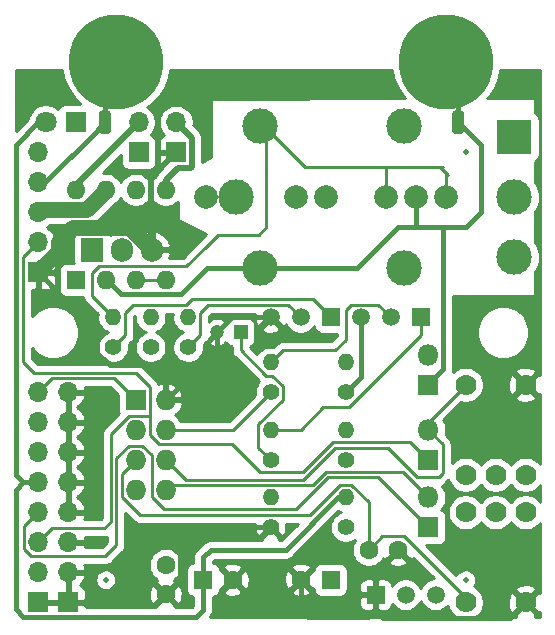
<source format=gtl>
G04 #@! TF.GenerationSoftware,KiCad,Pcbnew,(5.1.6-0-10_14)*
G04 #@! TF.CreationDate,2021-05-03T13:34:44+01:00*
G04 #@! TF.ProjectId,WiFive55,57694669-7665-4353-952e-6b696361645f,0.14*
G04 #@! TF.SameCoordinates,Original*
G04 #@! TF.FileFunction,Copper,L1,Top*
G04 #@! TF.FilePolarity,Positive*
%FSLAX46Y46*%
G04 Gerber Fmt 4.6, Leading zero omitted, Abs format (unit mm)*
G04 Created by KiCad (PCBNEW (5.1.6-0-10_14)) date 2021-05-03 13:34:44*
%MOMM*%
%LPD*%
G01*
G04 APERTURE LIST*
G04 #@! TA.AperFunction,ComponentPad*
%ADD10C,2.000000*%
G04 #@! TD*
G04 #@! TA.AperFunction,ComponentPad*
%ADD11C,1.600000*%
G04 #@! TD*
G04 #@! TA.AperFunction,ComponentPad*
%ADD12R,1.600000X1.600000*%
G04 #@! TD*
G04 #@! TA.AperFunction,ComponentPad*
%ADD13C,1.200000*%
G04 #@! TD*
G04 #@! TA.AperFunction,ComponentPad*
%ADD14R,1.200000X1.200000*%
G04 #@! TD*
G04 #@! TA.AperFunction,ComponentPad*
%ADD15O,1.400000X1.400000*%
G04 #@! TD*
G04 #@! TA.AperFunction,ComponentPad*
%ADD16C,1.400000*%
G04 #@! TD*
G04 #@! TA.AperFunction,ComponentPad*
%ADD17C,0.900000*%
G04 #@! TD*
G04 #@! TA.AperFunction,ComponentPad*
%ADD18C,8.000000*%
G04 #@! TD*
G04 #@! TA.AperFunction,ComponentPad*
%ADD19O,1.905000X2.000000*%
G04 #@! TD*
G04 #@! TA.AperFunction,ComponentPad*
%ADD20R,1.905000X2.000000*%
G04 #@! TD*
G04 #@! TA.AperFunction,ComponentPad*
%ADD21R,1.500000X1.500000*%
G04 #@! TD*
G04 #@! TA.AperFunction,ComponentPad*
%ADD22C,1.500000*%
G04 #@! TD*
G04 #@! TA.AperFunction,ComponentPad*
%ADD23O,1.700000X1.700000*%
G04 #@! TD*
G04 #@! TA.AperFunction,ComponentPad*
%ADD24R,1.700000X1.700000*%
G04 #@! TD*
G04 #@! TA.AperFunction,SMDPad,CuDef*
%ADD25C,0.500000*%
G04 #@! TD*
G04 #@! TA.AperFunction,ComponentPad*
%ADD26O,1.727200X1.727200*%
G04 #@! TD*
G04 #@! TA.AperFunction,ComponentPad*
%ADD27R,1.727200X1.727200*%
G04 #@! TD*
G04 #@! TA.AperFunction,ComponentPad*
%ADD28O,1.600000X1.600000*%
G04 #@! TD*
G04 #@! TA.AperFunction,ComponentPad*
%ADD29C,1.800000*%
G04 #@! TD*
G04 #@! TA.AperFunction,ComponentPad*
%ADD30R,1.800000X1.800000*%
G04 #@! TD*
G04 #@! TA.AperFunction,ComponentPad*
%ADD31C,3.000000*%
G04 #@! TD*
G04 #@! TA.AperFunction,ComponentPad*
%ADD32R,3.000000X3.000000*%
G04 #@! TD*
G04 #@! TA.AperFunction,ComponentPad*
%ADD33O,1.800000X1.800000*%
G04 #@! TD*
G04 #@! TA.AperFunction,ComponentPad*
%ADD34C,1.778000*%
G04 #@! TD*
G04 #@! TA.AperFunction,ViaPad*
%ADD35C,0.600000*%
G04 #@! TD*
G04 #@! TA.AperFunction,Conductor*
%ADD36C,0.400000*%
G04 #@! TD*
G04 #@! TA.AperFunction,Conductor*
%ADD37C,1.370000*%
G04 #@! TD*
G04 #@! TA.AperFunction,Conductor*
%ADD38C,0.530000*%
G04 #@! TD*
G04 #@! TA.AperFunction,Conductor*
%ADD39C,0.250000*%
G04 #@! TD*
G04 #@! TA.AperFunction,Conductor*
%ADD40C,0.254000*%
G04 #@! TD*
G04 APERTURE END LIST*
D10*
X137414000Y-59690000D03*
X134874000Y-59690000D03*
X132334000Y-59690000D03*
X127254000Y-59690000D03*
X124714000Y-59690000D03*
X117094000Y-59690000D03*
D11*
X119340000Y-92075000D03*
D12*
X116840000Y-92075000D03*
D11*
X125135000Y-92075000D03*
D12*
X127635000Y-92075000D03*
D13*
X118015000Y-71120000D03*
D14*
X120015000Y-71120000D03*
D15*
X115570000Y-69850000D03*
D16*
X115570000Y-72390000D03*
D17*
X138562050Y-45488362D03*
X136265950Y-45488361D03*
X134642362Y-47111950D03*
X134642361Y-49408050D03*
X136265950Y-51031638D03*
X138562050Y-51031639D03*
X140185638Y-49408050D03*
X140185639Y-47111950D03*
D18*
X137414000Y-48260000D03*
D17*
X110622050Y-45488362D03*
X108325950Y-45488361D03*
X106702362Y-47111950D03*
X106702361Y-49408050D03*
X108325950Y-51031638D03*
X110622050Y-51031639D03*
X112245638Y-49408050D03*
X112245639Y-47111950D03*
D18*
X109474000Y-48260000D03*
G04 #@! TA.AperFunction,SMDPad,CuDef*
G36*
G01*
X109030000Y-52590000D02*
X109030000Y-54090000D01*
G75*
G02*
X108780000Y-54340000I-250000J0D01*
G01*
X108280000Y-54340000D01*
G75*
G02*
X108030000Y-54090000I0J250000D01*
G01*
X108030000Y-52590000D01*
G75*
G02*
X108280000Y-52340000I250000J0D01*
G01*
X108780000Y-52340000D01*
G75*
G02*
X109030000Y-52590000I0J-250000D01*
G01*
G37*
G04 #@! TD.AperFunction*
G04 #@! TA.AperFunction,SMDPad,CuDef*
G36*
G01*
X138930000Y-52590000D02*
X138930000Y-54090000D01*
G75*
G02*
X138680000Y-54340000I-250000J0D01*
G01*
X138180000Y-54340000D01*
G75*
G02*
X137930000Y-54090000I0J250000D01*
G01*
X137930000Y-52590000D01*
G75*
G02*
X138180000Y-52340000I250000J0D01*
G01*
X138680000Y-52340000D01*
G75*
G02*
X138930000Y-52590000I0J-250000D01*
G01*
G37*
G04 #@! TD.AperFunction*
D19*
X112530000Y-64135000D03*
X109990000Y-64135000D03*
D20*
X107450000Y-64135000D03*
D21*
X135255000Y-69850000D03*
D22*
X130175000Y-69850000D03*
X132715000Y-69850000D03*
D21*
X127635000Y-69850000D03*
D22*
X122555000Y-69850000D03*
X125095000Y-69850000D03*
D23*
X111379000Y-53340000D03*
D24*
X111379000Y-55880000D03*
D23*
X114554000Y-53340000D03*
D24*
X114554000Y-55880000D03*
D15*
X122555000Y-85090000D03*
D16*
X122555000Y-87630000D03*
D15*
X122555000Y-73660000D03*
D16*
X122555000Y-76200000D03*
D15*
X128905000Y-73660000D03*
D16*
X128905000Y-76200000D03*
D15*
X128905000Y-79375000D03*
D16*
X128905000Y-81915000D03*
D15*
X128905000Y-85090000D03*
D16*
X128905000Y-87630000D03*
D15*
X112395000Y-69850000D03*
D16*
X112395000Y-72390000D03*
D15*
X122555000Y-79375000D03*
D16*
X122555000Y-81915000D03*
D15*
X109220000Y-69850000D03*
D16*
X109220000Y-72390000D03*
D25*
X139065000Y-55880000D03*
X108585000Y-92075000D03*
X139065000Y-92075000D03*
D21*
X131445000Y-93345000D03*
D22*
X136525000Y-93345000D03*
X133985000Y-93345000D03*
D23*
X105410000Y-76200000D03*
X105410000Y-78740000D03*
X105410000Y-81280000D03*
X105410000Y-83820000D03*
X105410000Y-86360000D03*
X105410000Y-88900000D03*
X105410000Y-91440000D03*
D24*
X105410000Y-93980000D03*
D23*
X102870000Y-76200000D03*
X102870000Y-78740000D03*
X102870000Y-81280000D03*
X102870000Y-83820000D03*
X102870000Y-86360000D03*
X102870000Y-88900000D03*
X102870000Y-91440000D03*
D24*
X102870000Y-93980000D03*
D23*
X102870000Y-55880000D03*
X102870000Y-58420000D03*
X102870000Y-60960000D03*
X102870000Y-63500000D03*
D24*
X102870000Y-66040000D03*
D26*
X113665000Y-84455000D03*
X111125000Y-84455000D03*
X113665000Y-81915000D03*
X111125000Y-81915000D03*
X113665000Y-79375000D03*
X111125000Y-79375000D03*
X113665000Y-76835000D03*
D27*
X111125000Y-76835000D03*
D11*
X113665000Y-93305000D03*
X113665000Y-90805000D03*
D28*
X106045000Y-59055000D03*
X113665000Y-66675000D03*
X108585000Y-59055000D03*
X111125000Y-66675000D03*
X111125000Y-59055000D03*
X108585000Y-66675000D03*
X113665000Y-59055000D03*
D12*
X106045000Y-66675000D03*
D29*
X103505000Y-53340000D03*
D30*
X106045000Y-53340000D03*
D31*
X143192500Y-64770000D03*
X143192500Y-59690000D03*
D32*
X143192500Y-54610000D03*
D33*
X135890000Y-73025000D03*
D30*
X135890000Y-75565000D03*
D33*
X135890000Y-85090000D03*
D30*
X135890000Y-87630000D03*
D33*
X135890000Y-79375000D03*
D30*
X135890000Y-81915000D03*
D34*
X144145000Y-86360000D03*
X141605000Y-86360000D03*
X139065000Y-86360000D03*
X139065000Y-93980000D03*
X144145000Y-93980000D03*
X139065000Y-83185000D03*
X141605000Y-83185000D03*
X144145000Y-83185000D03*
X144145000Y-75565000D03*
X139065000Y-75565000D03*
D31*
X119634000Y-59690000D03*
X121634000Y-53690000D03*
X133834000Y-53690000D03*
X133834000Y-65690000D03*
X121634000Y-65690000D03*
D11*
X130850000Y-89535000D03*
X133350000Y-89535000D03*
D35*
X144145000Y-50165000D03*
X102235000Y-50165000D03*
X114935000Y-64135000D03*
X123825000Y-50165000D03*
D36*
X100965000Y-73025000D02*
X100965000Y-83185000D01*
X100965000Y-73660000D02*
X100965000Y-73025000D01*
X100965000Y-83185000D02*
X101600000Y-83820000D01*
X100965000Y-73025000D02*
X100965000Y-55245000D01*
X100965000Y-55245000D02*
X102870000Y-53340000D01*
X130175000Y-74930000D02*
X128905000Y-76200000D01*
X130175000Y-69850000D02*
X130175000Y-74930000D01*
X128270000Y-85090000D02*
X128905000Y-85090000D01*
X116840000Y-90170000D02*
X117475000Y-89535000D01*
X116840000Y-92075000D02*
X116840000Y-90170000D01*
X123825000Y-89535000D02*
X128270000Y-85090000D01*
X120650000Y-89535000D02*
X123825000Y-89535000D01*
X121285000Y-89535000D02*
X120650000Y-89535000D01*
X120650000Y-89535000D02*
X117475000Y-89535000D01*
X101600000Y-83820000D02*
X102870000Y-83820000D01*
X100965000Y-94575002D02*
X101619999Y-95230001D01*
X101619999Y-95230001D02*
X116185001Y-95230001D01*
X116840000Y-94615000D02*
X116840000Y-92075000D01*
X116205000Y-95250000D02*
X116840000Y-94615000D01*
X100965000Y-84455000D02*
X100965000Y-94575002D01*
X116185001Y-95230001D02*
X116205000Y-95250000D01*
X101600000Y-83820000D02*
X100965000Y-84455000D01*
X103505000Y-53340000D02*
X102870000Y-53340000D01*
X131445000Y-94615000D02*
X130810000Y-95250000D01*
X133350000Y-89535000D02*
X131445000Y-91440000D01*
X131445000Y-91440000D02*
X131445000Y-93345000D01*
X131445000Y-94615000D02*
X131445000Y-93345000D01*
X142855999Y-95269001D02*
X132099001Y-95269001D01*
X132099001Y-95269001D02*
X131445000Y-94615000D01*
X144145000Y-93980000D02*
X142855999Y-95269001D01*
X105410000Y-76200000D02*
X105410000Y-78740000D01*
X105410000Y-78740000D02*
X105410000Y-81280000D01*
X105410000Y-81280000D02*
X105410000Y-83820000D01*
X105410000Y-83820000D02*
X105410000Y-86360000D01*
X119285000Y-69850000D02*
X122555000Y-69850000D01*
X118015000Y-71120000D02*
X119285000Y-69850000D01*
X118015000Y-72485000D02*
X116600020Y-73899980D01*
X118015000Y-71120000D02*
X118015000Y-72485000D01*
X116600020Y-73899980D02*
X113665000Y-76835000D01*
X125135000Y-92075000D02*
X125135000Y-94655000D01*
X125135000Y-94655000D02*
X125730000Y-95250000D01*
X125730000Y-95250000D02*
X130810000Y-95250000D01*
X114865001Y-92104999D02*
X114865001Y-88969999D01*
X113665000Y-93305000D02*
X114865001Y-92104999D01*
X116205000Y-87630000D02*
X117475000Y-87630000D01*
X114865001Y-88969999D02*
X116205000Y-87630000D01*
X117475000Y-87630000D02*
X117059998Y-87630000D01*
X122555000Y-87630000D02*
X117475000Y-87630000D01*
D37*
X104605001Y-64304999D02*
X102870000Y-66040000D01*
X104605001Y-63434497D02*
X104605001Y-64304999D01*
X105789499Y-62249999D02*
X104605001Y-63434497D01*
X110652135Y-62249999D02*
X112530000Y-64127864D01*
X107969999Y-62249999D02*
X110652135Y-62249999D01*
X107969999Y-62249999D02*
X105789499Y-62249999D01*
D36*
X112599999Y-64065001D02*
X112530000Y-64135000D01*
X112530000Y-64135000D02*
X114935000Y-64135000D01*
X114935000Y-64135000D02*
X114935000Y-64135000D01*
X107896271Y-72863795D02*
X107896271Y-70431271D01*
X108932456Y-73899980D02*
X107896271Y-72863795D01*
X116600020Y-73899980D02*
X108932456Y-73899980D01*
X105092500Y-68262500D02*
X105727500Y-68262500D01*
X102870000Y-66040000D02*
X105092500Y-68262500D01*
X107896271Y-70431271D02*
X105727500Y-68262500D01*
D38*
X112534999Y-64130001D02*
X112530000Y-64135000D01*
X112399999Y-64004999D02*
X112399999Y-58034001D01*
X112399999Y-58034001D02*
X114554000Y-55880000D01*
X112530000Y-64135000D02*
X112399999Y-64004999D01*
D39*
X123580001Y-76832997D02*
X123580001Y-75707999D01*
X122555000Y-81915000D02*
X121529999Y-80889999D01*
X123580001Y-75707999D02*
X122678501Y-74806499D01*
X121529999Y-80889999D02*
X121529999Y-78882999D01*
X121529999Y-78882999D02*
X123580001Y-76832997D01*
X120015000Y-72637002D02*
X120015000Y-71120000D01*
X122184497Y-74806499D02*
X120015000Y-72637002D01*
X122678501Y-74806499D02*
X122184497Y-74806499D01*
X111125000Y-76835000D02*
X109314999Y-75024999D01*
X104045001Y-75024999D02*
X102870000Y-76200000D01*
X109314999Y-75024999D02*
X104869999Y-75024999D01*
X104869999Y-75024999D02*
X104045001Y-75024999D01*
X104869999Y-75024999D02*
X104680001Y-75024999D01*
X122555000Y-76200000D02*
X119380000Y-79375000D01*
X119380000Y-79375000D02*
X113665000Y-79375000D01*
D36*
X137190001Y-74264999D02*
X135890000Y-75565000D01*
X137190001Y-73055001D02*
X137190001Y-74264999D01*
X137190001Y-73649001D02*
X137190001Y-73055001D01*
X115004999Y-67875001D02*
X110420001Y-67875001D01*
X117190000Y-65690000D02*
X120745000Y-65690000D01*
X115004999Y-67875001D02*
X117190000Y-65690000D01*
X137190001Y-73055001D02*
X137190001Y-62895001D01*
X137190001Y-62895001D02*
X137190001Y-62834999D01*
X124810000Y-65690000D02*
X126715000Y-65690000D01*
X117825000Y-65690000D02*
X124810000Y-65690000D01*
X137190001Y-62260001D02*
X137160000Y-62230000D01*
X137190001Y-62895001D02*
X137190001Y-62260001D01*
X138430000Y-48895000D02*
X138220010Y-48685010D01*
X138430000Y-53340000D02*
X138430000Y-48895000D01*
X134874000Y-62230000D02*
X134874000Y-59690000D01*
X135255000Y-62230000D02*
X137160000Y-62230000D01*
X129255000Y-65690000D02*
X124810000Y-65690000D01*
X133350000Y-62230000D02*
X129890000Y-65690000D01*
X129890000Y-65690000D02*
X129255000Y-65690000D01*
X135255000Y-62230000D02*
X133350000Y-62230000D01*
X137160000Y-62230000D02*
X139065000Y-62230000D01*
X139065000Y-62230000D02*
X140335000Y-60960000D01*
X138430000Y-53340000D02*
X140335000Y-55245000D01*
X140335000Y-60960000D02*
X140335000Y-55245000D01*
X109920001Y-67875001D02*
X108720000Y-66675000D01*
X110420001Y-67875001D02*
X109920001Y-67875001D01*
D39*
X131975001Y-88409999D02*
X130850000Y-89535000D01*
X133890001Y-88409999D02*
X139065000Y-93584998D01*
X139065000Y-93584998D02*
X139065000Y-93980000D01*
X131975001Y-88409999D02*
X133890001Y-88409999D01*
X128412999Y-84064999D02*
X129397001Y-84064999D01*
X125912987Y-86565011D02*
X128412999Y-84064999D01*
X130850000Y-85517998D02*
X130850000Y-89535000D01*
X109936399Y-85025529D02*
X111475881Y-86565011D01*
X111475881Y-86565011D02*
X125912987Y-86565011D01*
X109936399Y-83103601D02*
X109936399Y-85025529D01*
X129397001Y-84064999D02*
X130850000Y-85517998D01*
X111125000Y-81915000D02*
X109936399Y-83103601D01*
X111125000Y-66675000D02*
X113665000Y-66675000D01*
X109999999Y-65549999D02*
X108679999Y-65549999D01*
X117157500Y-63817500D02*
X117475000Y-63500000D01*
X117157500Y-63817500D02*
X118110000Y-62865000D01*
D36*
X108530000Y-49585000D02*
X109429990Y-48685010D01*
X108530000Y-53340000D02*
X108530000Y-49585000D01*
D39*
X129540000Y-57150000D02*
X130175000Y-57150000D01*
X125475000Y-57150000D02*
X129540000Y-57150000D01*
X129540000Y-57150000D02*
X132715000Y-57150000D01*
X132334000Y-59690000D02*
X132334000Y-57150000D01*
X132715000Y-57150000D02*
X137160000Y-57150000D01*
X137541000Y-57785000D02*
X136906000Y-57150000D01*
X137414000Y-57785000D02*
X137414000Y-59690000D01*
X117157500Y-63817500D02*
X115425001Y-65549999D01*
D36*
X103485002Y-58420000D02*
X102870000Y-58420000D01*
X107922500Y-53982502D02*
X103485002Y-58420000D01*
X107922500Y-53947500D02*
X107922500Y-53982502D01*
X107922500Y-53947500D02*
X108530000Y-53340000D01*
D39*
X108440001Y-65549999D02*
X108179999Y-65549999D01*
X115425001Y-65549999D02*
X108440001Y-65549999D01*
X108044999Y-65549999D02*
X108440001Y-65549999D01*
X107459999Y-68089999D02*
X107459999Y-66134999D01*
X107459999Y-66134999D02*
X108044999Y-65549999D01*
X109220000Y-69850000D02*
X107459999Y-68089999D01*
X118110000Y-62865000D02*
X121539000Y-62865000D01*
X122174000Y-54230000D02*
X121634000Y-53690000D01*
X122174000Y-62230000D02*
X122174000Y-54230000D01*
X121539000Y-62865000D02*
X122174000Y-62230000D01*
X122015000Y-53690000D02*
X125475000Y-57150000D01*
X123580001Y-72634999D02*
X122555000Y-73660000D01*
X126935003Y-72634999D02*
X126120001Y-72634999D01*
X126120001Y-72634999D02*
X123580001Y-72634999D01*
X128905000Y-71755000D02*
X128025001Y-72634999D01*
X128905000Y-69215000D02*
X128905000Y-71755000D01*
X129345001Y-68774999D02*
X128905000Y-69215000D01*
X131639999Y-68774999D02*
X129345001Y-68774999D01*
X128025001Y-72634999D02*
X126120001Y-72634999D01*
X132715000Y-69850000D02*
X131639999Y-68774999D01*
X122555000Y-79375000D02*
X125095000Y-79375000D01*
X125095000Y-79375000D02*
X127000000Y-77470000D01*
X135255000Y-71367002D02*
X135255000Y-69850000D01*
X129152002Y-77470000D02*
X135255000Y-71367002D01*
X127000000Y-77470000D02*
X129152002Y-77470000D01*
X110554471Y-78186399D02*
X112313601Y-78186399D01*
X109036379Y-79704491D02*
X110554471Y-78186399D01*
X109036379Y-87178621D02*
X109036379Y-79704491D01*
X134375001Y-80400001D02*
X135890000Y-81915000D01*
X127878589Y-80400001D02*
X134375001Y-80400001D01*
X125338589Y-82940001D02*
X127878589Y-80400001D01*
X119298601Y-80563601D02*
X121675001Y-82940001D01*
X113094471Y-80563601D02*
X119298601Y-80563601D01*
X121675001Y-82940001D02*
X125338589Y-82940001D01*
X112313601Y-79782731D02*
X113094471Y-80563601D01*
X112313601Y-78186399D02*
X112313601Y-79782731D01*
X108490001Y-87724999D02*
X109036379Y-87178621D01*
X104045001Y-87724999D02*
X102870000Y-88900000D01*
X104869999Y-87724999D02*
X104045001Y-87724999D01*
X104680001Y-87724999D02*
X104869999Y-87724999D01*
X104869999Y-87724999D02*
X108490001Y-87724999D01*
X112313601Y-75711399D02*
X112313601Y-78186399D01*
X111177191Y-74574989D02*
X112313601Y-75711399D01*
X102514989Y-74574989D02*
X111177191Y-74574989D01*
X101600000Y-73660000D02*
X102514989Y-74574989D01*
X101600000Y-64770000D02*
X101600000Y-73660000D01*
X102870000Y-63500000D02*
X101600000Y-64770000D01*
X133740001Y-82940001D02*
X135890000Y-85090000D01*
X126120001Y-84064999D02*
X127244999Y-82940001D01*
X127244999Y-82940001D02*
X133740001Y-82940001D01*
X114055001Y-84064999D02*
X126120001Y-84064999D01*
X113665000Y-84455000D02*
X114055001Y-84064999D01*
D38*
X115869001Y-54655001D02*
X114554000Y-53340000D01*
X115869001Y-57102001D02*
X115869001Y-54655001D01*
X115776001Y-57195001D02*
X114699499Y-57195001D01*
X115869001Y-57102001D02*
X115776001Y-57195001D01*
X113665000Y-58229500D02*
X113665000Y-59055000D01*
X114699499Y-57195001D02*
X113665000Y-58229500D01*
D39*
X115932487Y-68324989D02*
X126109989Y-68324989D01*
X109220000Y-72390000D02*
X110245001Y-71364999D01*
X110880001Y-68824999D02*
X115432477Y-68824999D01*
X126109989Y-68324989D02*
X127635000Y-69850000D01*
X110245001Y-69459999D02*
X110880001Y-68824999D01*
X115432477Y-68824999D02*
X115932487Y-68324989D01*
X110245001Y-71364999D02*
X110245001Y-69459999D01*
D37*
X103089999Y-60740001D02*
X102870000Y-60960000D01*
X107034999Y-60740001D02*
X103089999Y-60740001D01*
X108720000Y-59055000D02*
X107034999Y-60740001D01*
D38*
X106045000Y-58674000D02*
X106045000Y-59055000D01*
X111379000Y-53340000D02*
X106045000Y-58674000D01*
D39*
X102305999Y-90075001D02*
X101694999Y-89464001D01*
X109486389Y-89166389D02*
X108577777Y-90075001D01*
X109486389Y-81794481D02*
X109486389Y-89166389D01*
X110554471Y-80726399D02*
X109486389Y-81794481D01*
X111695529Y-80726399D02*
X110554471Y-80726399D01*
X112476399Y-81507269D02*
X111695529Y-80726399D01*
X101694999Y-89464001D02*
X101694999Y-87535001D01*
X108577777Y-90075001D02*
X102305999Y-90075001D01*
X112476399Y-85025529D02*
X112476399Y-81507269D01*
X113565871Y-86115001D02*
X112476399Y-85025529D01*
X131650011Y-83390011D02*
X127431399Y-83390011D01*
X127431399Y-83390011D02*
X124706409Y-86115001D01*
X101694999Y-87535001D02*
X102870000Y-86360000D01*
X124706409Y-86115001D02*
X113565871Y-86115001D01*
X135890000Y-87630000D02*
X131650011Y-83390011D01*
X135255000Y-79375000D02*
X139065000Y-75565000D01*
X115364989Y-83614989D02*
X113665000Y-81915000D01*
X128025001Y-80889999D02*
X125300011Y-83614989D01*
X132479997Y-80889999D02*
X128025001Y-80889999D01*
X125300011Y-83614989D02*
X115364989Y-83614989D01*
X137115001Y-80600001D02*
X137115001Y-83075001D01*
X134980009Y-83390011D02*
X132479997Y-80889999D01*
X135890000Y-79375000D02*
X137115001Y-80600001D01*
X136799991Y-83390011D02*
X134980009Y-83390011D01*
X137115001Y-83075001D02*
X136799991Y-83390011D01*
X125095000Y-69850000D02*
X124019999Y-68774999D01*
X116595001Y-69459999D02*
X117280001Y-68774999D01*
X116595001Y-71364999D02*
X116595001Y-69459999D01*
X115570000Y-72390000D02*
X116595001Y-71364999D01*
X117280001Y-68774999D02*
X124019999Y-68774999D01*
D40*
G36*
X137714449Y-83906885D02*
G01*
X137881232Y-84156493D01*
X138093507Y-84368768D01*
X138343115Y-84535551D01*
X138620466Y-84650434D01*
X138914899Y-84709000D01*
X139215101Y-84709000D01*
X139509534Y-84650434D01*
X139786885Y-84535551D01*
X140036493Y-84368768D01*
X140248768Y-84156493D01*
X140335000Y-84027438D01*
X140421232Y-84156493D01*
X140633507Y-84368768D01*
X140883115Y-84535551D01*
X141160466Y-84650434D01*
X141454899Y-84709000D01*
X141755101Y-84709000D01*
X142049534Y-84650434D01*
X142326885Y-84535551D01*
X142576493Y-84368768D01*
X142788768Y-84156493D01*
X142875000Y-84027438D01*
X142961232Y-84156493D01*
X143173507Y-84368768D01*
X143423115Y-84535551D01*
X143700466Y-84650434D01*
X143994899Y-84709000D01*
X144295101Y-84709000D01*
X144589534Y-84650434D01*
X144866885Y-84535551D01*
X145116493Y-84368768D01*
X145328768Y-84156493D01*
X145390001Y-84064852D01*
X145390001Y-85480148D01*
X145328768Y-85388507D01*
X145116493Y-85176232D01*
X144866885Y-85009449D01*
X144589534Y-84894566D01*
X144295101Y-84836000D01*
X143994899Y-84836000D01*
X143700466Y-84894566D01*
X143423115Y-85009449D01*
X143173507Y-85176232D01*
X142961232Y-85388507D01*
X142875000Y-85517562D01*
X142788768Y-85388507D01*
X142576493Y-85176232D01*
X142326885Y-85009449D01*
X142049534Y-84894566D01*
X141755101Y-84836000D01*
X141454899Y-84836000D01*
X141160466Y-84894566D01*
X140883115Y-85009449D01*
X140633507Y-85176232D01*
X140421232Y-85388507D01*
X140335000Y-85517562D01*
X140248768Y-85388507D01*
X140036493Y-85176232D01*
X139786885Y-85009449D01*
X139509534Y-84894566D01*
X139215101Y-84836000D01*
X138914899Y-84836000D01*
X138620466Y-84894566D01*
X138343115Y-85009449D01*
X138093507Y-85176232D01*
X137881232Y-85388507D01*
X137714449Y-85638115D01*
X137599566Y-85915466D01*
X137541000Y-86209899D01*
X137541000Y-86510101D01*
X137599566Y-86804534D01*
X137714449Y-87081885D01*
X137881232Y-87331493D01*
X138093507Y-87543768D01*
X138343115Y-87710551D01*
X138620466Y-87825434D01*
X138914899Y-87884000D01*
X139215101Y-87884000D01*
X139509534Y-87825434D01*
X139786885Y-87710551D01*
X140036493Y-87543768D01*
X140248768Y-87331493D01*
X140335000Y-87202438D01*
X140421232Y-87331493D01*
X140633507Y-87543768D01*
X140883115Y-87710551D01*
X141160466Y-87825434D01*
X141454899Y-87884000D01*
X141755101Y-87884000D01*
X142049534Y-87825434D01*
X142326885Y-87710551D01*
X142576493Y-87543768D01*
X142788768Y-87331493D01*
X142875000Y-87202438D01*
X142961232Y-87331493D01*
X143173507Y-87543768D01*
X143423115Y-87710551D01*
X143700466Y-87825434D01*
X143994899Y-87884000D01*
X144295101Y-87884000D01*
X144589534Y-87825434D01*
X144866885Y-87710551D01*
X145116493Y-87543768D01*
X145328768Y-87331493D01*
X145390001Y-87239852D01*
X145390001Y-93164806D01*
X145201231Y-93103374D01*
X144324605Y-93980000D01*
X145201231Y-94856626D01*
X145390001Y-94795194D01*
X145390001Y-95217715D01*
X145389335Y-95224513D01*
X145384699Y-95225000D01*
X144960195Y-95225000D01*
X145021626Y-95036231D01*
X144145000Y-94159605D01*
X143268374Y-95036231D01*
X143329805Y-95225000D01*
X139944853Y-95225000D01*
X140036493Y-95163768D01*
X140248768Y-94951493D01*
X140415551Y-94701885D01*
X140530434Y-94424534D01*
X140589000Y-94130101D01*
X140589000Y-94046988D01*
X142615092Y-94046988D01*
X142657557Y-94344171D01*
X142757184Y-94627359D01*
X142835711Y-94774273D01*
X143088769Y-94856626D01*
X143965395Y-93980000D01*
X143088769Y-93103374D01*
X142835711Y-93185727D01*
X142705914Y-93456418D01*
X142631420Y-93747230D01*
X142615092Y-94046988D01*
X140589000Y-94046988D01*
X140589000Y-93829899D01*
X140530434Y-93535466D01*
X140415551Y-93258115D01*
X140248768Y-93008507D01*
X140164030Y-92923769D01*
X143268374Y-92923769D01*
X144145000Y-93800395D01*
X145021626Y-92923769D01*
X144939273Y-92670711D01*
X144668582Y-92540914D01*
X144377770Y-92466420D01*
X144078012Y-92450092D01*
X143780829Y-92492557D01*
X143497641Y-92592184D01*
X143350727Y-92670711D01*
X143268374Y-92923769D01*
X140164030Y-92923769D01*
X140036493Y-92796232D01*
X139786885Y-92629449D01*
X139764974Y-92620373D01*
X139849277Y-92494205D01*
X139915990Y-92333145D01*
X139950000Y-92162165D01*
X139950000Y-91987835D01*
X139915990Y-91816855D01*
X139849277Y-91655795D01*
X139752424Y-91510845D01*
X139629155Y-91387576D01*
X139484205Y-91290723D01*
X139323145Y-91224010D01*
X139152165Y-91190000D01*
X138977835Y-91190000D01*
X138806855Y-91224010D01*
X138645795Y-91290723D01*
X138500845Y-91387576D01*
X138377576Y-91510845D01*
X138280723Y-91655795D01*
X138260184Y-91705380D01*
X135722875Y-89168072D01*
X136790000Y-89168072D01*
X136914482Y-89155812D01*
X137034180Y-89119502D01*
X137144494Y-89060537D01*
X137241185Y-88981185D01*
X137320537Y-88884494D01*
X137379502Y-88774180D01*
X137415812Y-88654482D01*
X137428072Y-88530000D01*
X137428072Y-86730000D01*
X137415812Y-86605518D01*
X137379502Y-86485820D01*
X137320537Y-86375506D01*
X137241185Y-86278815D01*
X137144494Y-86199463D01*
X137034180Y-86140498D01*
X137015873Y-86134944D01*
X137082312Y-86068505D01*
X137250299Y-85817095D01*
X137366011Y-85537743D01*
X137425000Y-85241184D01*
X137425000Y-84938816D01*
X137366011Y-84642257D01*
X137250299Y-84362905D01*
X137082312Y-84111495D01*
X137072394Y-84101577D01*
X137092238Y-84095557D01*
X137224267Y-84024985D01*
X137339992Y-83930012D01*
X137363794Y-83901009D01*
X137610023Y-83654780D01*
X137714449Y-83906885D01*
G37*
X137714449Y-83906885D02*
X137881232Y-84156493D01*
X138093507Y-84368768D01*
X138343115Y-84535551D01*
X138620466Y-84650434D01*
X138914899Y-84709000D01*
X139215101Y-84709000D01*
X139509534Y-84650434D01*
X139786885Y-84535551D01*
X140036493Y-84368768D01*
X140248768Y-84156493D01*
X140335000Y-84027438D01*
X140421232Y-84156493D01*
X140633507Y-84368768D01*
X140883115Y-84535551D01*
X141160466Y-84650434D01*
X141454899Y-84709000D01*
X141755101Y-84709000D01*
X142049534Y-84650434D01*
X142326885Y-84535551D01*
X142576493Y-84368768D01*
X142788768Y-84156493D01*
X142875000Y-84027438D01*
X142961232Y-84156493D01*
X143173507Y-84368768D01*
X143423115Y-84535551D01*
X143700466Y-84650434D01*
X143994899Y-84709000D01*
X144295101Y-84709000D01*
X144589534Y-84650434D01*
X144866885Y-84535551D01*
X145116493Y-84368768D01*
X145328768Y-84156493D01*
X145390001Y-84064852D01*
X145390001Y-85480148D01*
X145328768Y-85388507D01*
X145116493Y-85176232D01*
X144866885Y-85009449D01*
X144589534Y-84894566D01*
X144295101Y-84836000D01*
X143994899Y-84836000D01*
X143700466Y-84894566D01*
X143423115Y-85009449D01*
X143173507Y-85176232D01*
X142961232Y-85388507D01*
X142875000Y-85517562D01*
X142788768Y-85388507D01*
X142576493Y-85176232D01*
X142326885Y-85009449D01*
X142049534Y-84894566D01*
X141755101Y-84836000D01*
X141454899Y-84836000D01*
X141160466Y-84894566D01*
X140883115Y-85009449D01*
X140633507Y-85176232D01*
X140421232Y-85388507D01*
X140335000Y-85517562D01*
X140248768Y-85388507D01*
X140036493Y-85176232D01*
X139786885Y-85009449D01*
X139509534Y-84894566D01*
X139215101Y-84836000D01*
X138914899Y-84836000D01*
X138620466Y-84894566D01*
X138343115Y-85009449D01*
X138093507Y-85176232D01*
X137881232Y-85388507D01*
X137714449Y-85638115D01*
X137599566Y-85915466D01*
X137541000Y-86209899D01*
X137541000Y-86510101D01*
X137599566Y-86804534D01*
X137714449Y-87081885D01*
X137881232Y-87331493D01*
X138093507Y-87543768D01*
X138343115Y-87710551D01*
X138620466Y-87825434D01*
X138914899Y-87884000D01*
X139215101Y-87884000D01*
X139509534Y-87825434D01*
X139786885Y-87710551D01*
X140036493Y-87543768D01*
X140248768Y-87331493D01*
X140335000Y-87202438D01*
X140421232Y-87331493D01*
X140633507Y-87543768D01*
X140883115Y-87710551D01*
X141160466Y-87825434D01*
X141454899Y-87884000D01*
X141755101Y-87884000D01*
X142049534Y-87825434D01*
X142326885Y-87710551D01*
X142576493Y-87543768D01*
X142788768Y-87331493D01*
X142875000Y-87202438D01*
X142961232Y-87331493D01*
X143173507Y-87543768D01*
X143423115Y-87710551D01*
X143700466Y-87825434D01*
X143994899Y-87884000D01*
X144295101Y-87884000D01*
X144589534Y-87825434D01*
X144866885Y-87710551D01*
X145116493Y-87543768D01*
X145328768Y-87331493D01*
X145390001Y-87239852D01*
X145390001Y-93164806D01*
X145201231Y-93103374D01*
X144324605Y-93980000D01*
X145201231Y-94856626D01*
X145390001Y-94795194D01*
X145390001Y-95217715D01*
X145389335Y-95224513D01*
X145384699Y-95225000D01*
X144960195Y-95225000D01*
X145021626Y-95036231D01*
X144145000Y-94159605D01*
X143268374Y-95036231D01*
X143329805Y-95225000D01*
X139944853Y-95225000D01*
X140036493Y-95163768D01*
X140248768Y-94951493D01*
X140415551Y-94701885D01*
X140530434Y-94424534D01*
X140589000Y-94130101D01*
X140589000Y-94046988D01*
X142615092Y-94046988D01*
X142657557Y-94344171D01*
X142757184Y-94627359D01*
X142835711Y-94774273D01*
X143088769Y-94856626D01*
X143965395Y-93980000D01*
X143088769Y-93103374D01*
X142835711Y-93185727D01*
X142705914Y-93456418D01*
X142631420Y-93747230D01*
X142615092Y-94046988D01*
X140589000Y-94046988D01*
X140589000Y-93829899D01*
X140530434Y-93535466D01*
X140415551Y-93258115D01*
X140248768Y-93008507D01*
X140164030Y-92923769D01*
X143268374Y-92923769D01*
X144145000Y-93800395D01*
X145021626Y-92923769D01*
X144939273Y-92670711D01*
X144668582Y-92540914D01*
X144377770Y-92466420D01*
X144078012Y-92450092D01*
X143780829Y-92492557D01*
X143497641Y-92592184D01*
X143350727Y-92670711D01*
X143268374Y-92923769D01*
X140164030Y-92923769D01*
X140036493Y-92796232D01*
X139786885Y-92629449D01*
X139764974Y-92620373D01*
X139849277Y-92494205D01*
X139915990Y-92333145D01*
X139950000Y-92162165D01*
X139950000Y-91987835D01*
X139915990Y-91816855D01*
X139849277Y-91655795D01*
X139752424Y-91510845D01*
X139629155Y-91387576D01*
X139484205Y-91290723D01*
X139323145Y-91224010D01*
X139152165Y-91190000D01*
X138977835Y-91190000D01*
X138806855Y-91224010D01*
X138645795Y-91290723D01*
X138500845Y-91387576D01*
X138377576Y-91510845D01*
X138280723Y-91655795D01*
X138260184Y-91705380D01*
X135722875Y-89168072D01*
X136790000Y-89168072D01*
X136914482Y-89155812D01*
X137034180Y-89119502D01*
X137144494Y-89060537D01*
X137241185Y-88981185D01*
X137320537Y-88884494D01*
X137379502Y-88774180D01*
X137415812Y-88654482D01*
X137428072Y-88530000D01*
X137428072Y-86730000D01*
X137415812Y-86605518D01*
X137379502Y-86485820D01*
X137320537Y-86375506D01*
X137241185Y-86278815D01*
X137144494Y-86199463D01*
X137034180Y-86140498D01*
X137015873Y-86134944D01*
X137082312Y-86068505D01*
X137250299Y-85817095D01*
X137366011Y-85537743D01*
X137425000Y-85241184D01*
X137425000Y-84938816D01*
X137366011Y-84642257D01*
X137250299Y-84362905D01*
X137082312Y-84111495D01*
X137072394Y-84101577D01*
X137092238Y-84095557D01*
X137224267Y-84024985D01*
X137339992Y-83930012D01*
X137363794Y-83901009D01*
X137610023Y-83654780D01*
X137714449Y-83906885D01*
G36*
X128272641Y-86273061D02*
G01*
X128482530Y-86360000D01*
X128272641Y-86446939D01*
X128053987Y-86593038D01*
X127868038Y-86778987D01*
X127721939Y-86997641D01*
X127621304Y-87240595D01*
X127570000Y-87498514D01*
X127570000Y-87761486D01*
X127621304Y-88019405D01*
X127721939Y-88262359D01*
X127868038Y-88481013D01*
X128053987Y-88666962D01*
X128272641Y-88813061D01*
X128515595Y-88913696D01*
X128773514Y-88965000D01*
X129036486Y-88965000D01*
X129294405Y-88913696D01*
X129537359Y-88813061D01*
X129662311Y-88729571D01*
X129578320Y-88855273D01*
X129470147Y-89116426D01*
X129415000Y-89393665D01*
X129415000Y-89676335D01*
X129470147Y-89953574D01*
X129578320Y-90214727D01*
X129735363Y-90449759D01*
X129935241Y-90649637D01*
X130170273Y-90806680D01*
X130431426Y-90914853D01*
X130708665Y-90970000D01*
X130991335Y-90970000D01*
X131268574Y-90914853D01*
X131529727Y-90806680D01*
X131764759Y-90649637D01*
X131886694Y-90527702D01*
X132536903Y-90527702D01*
X132608486Y-90771671D01*
X132863996Y-90892571D01*
X133138184Y-90961300D01*
X133420512Y-90975217D01*
X133700130Y-90933787D01*
X133966292Y-90838603D01*
X134091514Y-90771671D01*
X134163097Y-90527702D01*
X133350000Y-89714605D01*
X132536903Y-90527702D01*
X131886694Y-90527702D01*
X131964637Y-90449759D01*
X132098692Y-90249131D01*
X132113329Y-90276514D01*
X132357298Y-90348097D01*
X133170395Y-89535000D01*
X133156253Y-89520858D01*
X133335858Y-89341253D01*
X133350000Y-89355395D01*
X133364143Y-89341253D01*
X133543748Y-89520858D01*
X133529605Y-89535000D01*
X134342702Y-90348097D01*
X134586671Y-90276514D01*
X134617198Y-90211998D01*
X136369081Y-91963880D01*
X136121011Y-92013225D01*
X135868957Y-92117629D01*
X135642114Y-92269201D01*
X135449201Y-92462114D01*
X135297629Y-92688957D01*
X135255000Y-92791873D01*
X135212371Y-92688957D01*
X135060799Y-92462114D01*
X134867886Y-92269201D01*
X134641043Y-92117629D01*
X134388989Y-92013225D01*
X134121411Y-91960000D01*
X133848589Y-91960000D01*
X133581011Y-92013225D01*
X133328957Y-92117629D01*
X133102114Y-92269201D01*
X132909201Y-92462114D01*
X132831445Y-92578483D01*
X132820812Y-92470518D01*
X132784502Y-92350820D01*
X132725537Y-92240506D01*
X132646185Y-92143815D01*
X132549494Y-92064463D01*
X132439180Y-92005498D01*
X132319482Y-91969188D01*
X132195000Y-91956928D01*
X131730750Y-91960000D01*
X131572000Y-92118750D01*
X131572000Y-93218000D01*
X131592000Y-93218000D01*
X131592000Y-93472000D01*
X131572000Y-93472000D01*
X131572000Y-94571250D01*
X131730750Y-94730000D01*
X132195000Y-94733072D01*
X132319482Y-94720812D01*
X132439180Y-94684502D01*
X132549494Y-94625537D01*
X132646185Y-94546185D01*
X132725537Y-94449494D01*
X132784502Y-94339180D01*
X132820812Y-94219482D01*
X132831445Y-94111517D01*
X132909201Y-94227886D01*
X133102114Y-94420799D01*
X133328957Y-94572371D01*
X133581011Y-94676775D01*
X133848589Y-94730000D01*
X134121411Y-94730000D01*
X134388989Y-94676775D01*
X134641043Y-94572371D01*
X134867886Y-94420799D01*
X135060799Y-94227886D01*
X135212371Y-94001043D01*
X135255000Y-93898127D01*
X135297629Y-94001043D01*
X135449201Y-94227886D01*
X135642114Y-94420799D01*
X135868957Y-94572371D01*
X136121011Y-94676775D01*
X136388589Y-94730000D01*
X136661411Y-94730000D01*
X136928989Y-94676775D01*
X137181043Y-94572371D01*
X137407886Y-94420799D01*
X137567145Y-94261540D01*
X137599566Y-94424534D01*
X137714449Y-94701885D01*
X137881232Y-94951493D01*
X138093507Y-95163768D01*
X138185147Y-95225000D01*
X117412931Y-95225000D01*
X117433291Y-95208291D01*
X117461619Y-95173774D01*
X117537636Y-95081146D01*
X117615172Y-94936087D01*
X117622657Y-94911413D01*
X117662918Y-94778689D01*
X117675000Y-94656019D01*
X117675000Y-94656018D01*
X117679040Y-94615000D01*
X117675000Y-94573982D01*
X117675000Y-94095000D01*
X130056928Y-94095000D01*
X130069188Y-94219482D01*
X130105498Y-94339180D01*
X130164463Y-94449494D01*
X130243815Y-94546185D01*
X130340506Y-94625537D01*
X130450820Y-94684502D01*
X130570518Y-94720812D01*
X130695000Y-94733072D01*
X131159250Y-94730000D01*
X131318000Y-94571250D01*
X131318000Y-93472000D01*
X130218750Y-93472000D01*
X130060000Y-93630750D01*
X130056928Y-94095000D01*
X117675000Y-94095000D01*
X117675000Y-93509625D01*
X117764482Y-93500812D01*
X117884180Y-93464502D01*
X117994494Y-93405537D01*
X118091185Y-93326185D01*
X118170537Y-93229494D01*
X118229502Y-93119180D01*
X118245117Y-93067702D01*
X118526903Y-93067702D01*
X118598486Y-93311671D01*
X118853996Y-93432571D01*
X119128184Y-93501300D01*
X119410512Y-93515217D01*
X119690130Y-93473787D01*
X119956292Y-93378603D01*
X120081514Y-93311671D01*
X120153097Y-93067702D01*
X124321903Y-93067702D01*
X124393486Y-93311671D01*
X124648996Y-93432571D01*
X124923184Y-93501300D01*
X125205512Y-93515217D01*
X125485130Y-93473787D01*
X125751292Y-93378603D01*
X125876514Y-93311671D01*
X125948097Y-93067702D01*
X125135000Y-92254605D01*
X124321903Y-93067702D01*
X120153097Y-93067702D01*
X119340000Y-92254605D01*
X118526903Y-93067702D01*
X118245117Y-93067702D01*
X118265812Y-92999482D01*
X118278072Y-92875000D01*
X118278072Y-92867785D01*
X118347298Y-92888097D01*
X119160395Y-92075000D01*
X119519605Y-92075000D01*
X120332702Y-92888097D01*
X120576671Y-92816514D01*
X120697571Y-92561004D01*
X120766300Y-92286816D01*
X120773265Y-92145512D01*
X123694783Y-92145512D01*
X123736213Y-92425130D01*
X123831397Y-92691292D01*
X123898329Y-92816514D01*
X124142298Y-92888097D01*
X124955395Y-92075000D01*
X125314605Y-92075000D01*
X126127702Y-92888097D01*
X126196928Y-92867785D01*
X126196928Y-92875000D01*
X126209188Y-92999482D01*
X126245498Y-93119180D01*
X126304463Y-93229494D01*
X126383815Y-93326185D01*
X126480506Y-93405537D01*
X126590820Y-93464502D01*
X126710518Y-93500812D01*
X126835000Y-93513072D01*
X128435000Y-93513072D01*
X128559482Y-93500812D01*
X128679180Y-93464502D01*
X128789494Y-93405537D01*
X128886185Y-93326185D01*
X128965537Y-93229494D01*
X129024502Y-93119180D01*
X129060812Y-92999482D01*
X129073072Y-92875000D01*
X129073072Y-92595000D01*
X130056928Y-92595000D01*
X130060000Y-93059250D01*
X130218750Y-93218000D01*
X131318000Y-93218000D01*
X131318000Y-92118750D01*
X131159250Y-91960000D01*
X130695000Y-91956928D01*
X130570518Y-91969188D01*
X130450820Y-92005498D01*
X130340506Y-92064463D01*
X130243815Y-92143815D01*
X130164463Y-92240506D01*
X130105498Y-92350820D01*
X130069188Y-92470518D01*
X130056928Y-92595000D01*
X129073072Y-92595000D01*
X129073072Y-91275000D01*
X129060812Y-91150518D01*
X129024502Y-91030820D01*
X128965537Y-90920506D01*
X128886185Y-90823815D01*
X128789494Y-90744463D01*
X128679180Y-90685498D01*
X128559482Y-90649188D01*
X128435000Y-90636928D01*
X126835000Y-90636928D01*
X126710518Y-90649188D01*
X126590820Y-90685498D01*
X126480506Y-90744463D01*
X126383815Y-90823815D01*
X126304463Y-90920506D01*
X126245498Y-91030820D01*
X126209188Y-91150518D01*
X126196928Y-91275000D01*
X126196928Y-91282215D01*
X126127702Y-91261903D01*
X125314605Y-92075000D01*
X124955395Y-92075000D01*
X124142298Y-91261903D01*
X123898329Y-91333486D01*
X123777429Y-91588996D01*
X123708700Y-91863184D01*
X123694783Y-92145512D01*
X120773265Y-92145512D01*
X120780217Y-92004488D01*
X120738787Y-91724870D01*
X120643603Y-91458708D01*
X120576671Y-91333486D01*
X120332702Y-91261903D01*
X119519605Y-92075000D01*
X119160395Y-92075000D01*
X118347298Y-91261903D01*
X118278072Y-91282215D01*
X118278072Y-91275000D01*
X118265812Y-91150518D01*
X118245118Y-91082298D01*
X118526903Y-91082298D01*
X119340000Y-91895395D01*
X120153097Y-91082298D01*
X124321903Y-91082298D01*
X125135000Y-91895395D01*
X125948097Y-91082298D01*
X125876514Y-90838329D01*
X125621004Y-90717429D01*
X125346816Y-90648700D01*
X125064488Y-90634783D01*
X124784870Y-90676213D01*
X124518708Y-90771397D01*
X124393486Y-90838329D01*
X124321903Y-91082298D01*
X120153097Y-91082298D01*
X120081514Y-90838329D01*
X119826004Y-90717429D01*
X119551816Y-90648700D01*
X119269488Y-90634783D01*
X118989870Y-90676213D01*
X118723708Y-90771397D01*
X118598486Y-90838329D01*
X118526903Y-91082298D01*
X118245118Y-91082298D01*
X118229502Y-91030820D01*
X118170537Y-90920506D01*
X118091185Y-90823815D01*
X117994494Y-90744463D01*
X117884180Y-90685498D01*
X117764482Y-90649188D01*
X117675000Y-90640375D01*
X117675000Y-90515868D01*
X117820868Y-90370000D01*
X123783982Y-90370000D01*
X123825000Y-90374040D01*
X123866018Y-90370000D01*
X123866019Y-90370000D01*
X123988689Y-90357918D01*
X124146087Y-90310172D01*
X124291146Y-90232636D01*
X124418291Y-90128291D01*
X124444446Y-90096421D01*
X128269743Y-86271125D01*
X128272641Y-86273061D01*
G37*
X128272641Y-86273061D02*
X128482530Y-86360000D01*
X128272641Y-86446939D01*
X128053987Y-86593038D01*
X127868038Y-86778987D01*
X127721939Y-86997641D01*
X127621304Y-87240595D01*
X127570000Y-87498514D01*
X127570000Y-87761486D01*
X127621304Y-88019405D01*
X127721939Y-88262359D01*
X127868038Y-88481013D01*
X128053987Y-88666962D01*
X128272641Y-88813061D01*
X128515595Y-88913696D01*
X128773514Y-88965000D01*
X129036486Y-88965000D01*
X129294405Y-88913696D01*
X129537359Y-88813061D01*
X129662311Y-88729571D01*
X129578320Y-88855273D01*
X129470147Y-89116426D01*
X129415000Y-89393665D01*
X129415000Y-89676335D01*
X129470147Y-89953574D01*
X129578320Y-90214727D01*
X129735363Y-90449759D01*
X129935241Y-90649637D01*
X130170273Y-90806680D01*
X130431426Y-90914853D01*
X130708665Y-90970000D01*
X130991335Y-90970000D01*
X131268574Y-90914853D01*
X131529727Y-90806680D01*
X131764759Y-90649637D01*
X131886694Y-90527702D01*
X132536903Y-90527702D01*
X132608486Y-90771671D01*
X132863996Y-90892571D01*
X133138184Y-90961300D01*
X133420512Y-90975217D01*
X133700130Y-90933787D01*
X133966292Y-90838603D01*
X134091514Y-90771671D01*
X134163097Y-90527702D01*
X133350000Y-89714605D01*
X132536903Y-90527702D01*
X131886694Y-90527702D01*
X131964637Y-90449759D01*
X132098692Y-90249131D01*
X132113329Y-90276514D01*
X132357298Y-90348097D01*
X133170395Y-89535000D01*
X133156253Y-89520858D01*
X133335858Y-89341253D01*
X133350000Y-89355395D01*
X133364143Y-89341253D01*
X133543748Y-89520858D01*
X133529605Y-89535000D01*
X134342702Y-90348097D01*
X134586671Y-90276514D01*
X134617198Y-90211998D01*
X136369081Y-91963880D01*
X136121011Y-92013225D01*
X135868957Y-92117629D01*
X135642114Y-92269201D01*
X135449201Y-92462114D01*
X135297629Y-92688957D01*
X135255000Y-92791873D01*
X135212371Y-92688957D01*
X135060799Y-92462114D01*
X134867886Y-92269201D01*
X134641043Y-92117629D01*
X134388989Y-92013225D01*
X134121411Y-91960000D01*
X133848589Y-91960000D01*
X133581011Y-92013225D01*
X133328957Y-92117629D01*
X133102114Y-92269201D01*
X132909201Y-92462114D01*
X132831445Y-92578483D01*
X132820812Y-92470518D01*
X132784502Y-92350820D01*
X132725537Y-92240506D01*
X132646185Y-92143815D01*
X132549494Y-92064463D01*
X132439180Y-92005498D01*
X132319482Y-91969188D01*
X132195000Y-91956928D01*
X131730750Y-91960000D01*
X131572000Y-92118750D01*
X131572000Y-93218000D01*
X131592000Y-93218000D01*
X131592000Y-93472000D01*
X131572000Y-93472000D01*
X131572000Y-94571250D01*
X131730750Y-94730000D01*
X132195000Y-94733072D01*
X132319482Y-94720812D01*
X132439180Y-94684502D01*
X132549494Y-94625537D01*
X132646185Y-94546185D01*
X132725537Y-94449494D01*
X132784502Y-94339180D01*
X132820812Y-94219482D01*
X132831445Y-94111517D01*
X132909201Y-94227886D01*
X133102114Y-94420799D01*
X133328957Y-94572371D01*
X133581011Y-94676775D01*
X133848589Y-94730000D01*
X134121411Y-94730000D01*
X134388989Y-94676775D01*
X134641043Y-94572371D01*
X134867886Y-94420799D01*
X135060799Y-94227886D01*
X135212371Y-94001043D01*
X135255000Y-93898127D01*
X135297629Y-94001043D01*
X135449201Y-94227886D01*
X135642114Y-94420799D01*
X135868957Y-94572371D01*
X136121011Y-94676775D01*
X136388589Y-94730000D01*
X136661411Y-94730000D01*
X136928989Y-94676775D01*
X137181043Y-94572371D01*
X137407886Y-94420799D01*
X137567145Y-94261540D01*
X137599566Y-94424534D01*
X137714449Y-94701885D01*
X137881232Y-94951493D01*
X138093507Y-95163768D01*
X138185147Y-95225000D01*
X117412931Y-95225000D01*
X117433291Y-95208291D01*
X117461619Y-95173774D01*
X117537636Y-95081146D01*
X117615172Y-94936087D01*
X117622657Y-94911413D01*
X117662918Y-94778689D01*
X117675000Y-94656019D01*
X117675000Y-94656018D01*
X117679040Y-94615000D01*
X117675000Y-94573982D01*
X117675000Y-94095000D01*
X130056928Y-94095000D01*
X130069188Y-94219482D01*
X130105498Y-94339180D01*
X130164463Y-94449494D01*
X130243815Y-94546185D01*
X130340506Y-94625537D01*
X130450820Y-94684502D01*
X130570518Y-94720812D01*
X130695000Y-94733072D01*
X131159250Y-94730000D01*
X131318000Y-94571250D01*
X131318000Y-93472000D01*
X130218750Y-93472000D01*
X130060000Y-93630750D01*
X130056928Y-94095000D01*
X117675000Y-94095000D01*
X117675000Y-93509625D01*
X117764482Y-93500812D01*
X117884180Y-93464502D01*
X117994494Y-93405537D01*
X118091185Y-93326185D01*
X118170537Y-93229494D01*
X118229502Y-93119180D01*
X118245117Y-93067702D01*
X118526903Y-93067702D01*
X118598486Y-93311671D01*
X118853996Y-93432571D01*
X119128184Y-93501300D01*
X119410512Y-93515217D01*
X119690130Y-93473787D01*
X119956292Y-93378603D01*
X120081514Y-93311671D01*
X120153097Y-93067702D01*
X124321903Y-93067702D01*
X124393486Y-93311671D01*
X124648996Y-93432571D01*
X124923184Y-93501300D01*
X125205512Y-93515217D01*
X125485130Y-93473787D01*
X125751292Y-93378603D01*
X125876514Y-93311671D01*
X125948097Y-93067702D01*
X125135000Y-92254605D01*
X124321903Y-93067702D01*
X120153097Y-93067702D01*
X119340000Y-92254605D01*
X118526903Y-93067702D01*
X118245117Y-93067702D01*
X118265812Y-92999482D01*
X118278072Y-92875000D01*
X118278072Y-92867785D01*
X118347298Y-92888097D01*
X119160395Y-92075000D01*
X119519605Y-92075000D01*
X120332702Y-92888097D01*
X120576671Y-92816514D01*
X120697571Y-92561004D01*
X120766300Y-92286816D01*
X120773265Y-92145512D01*
X123694783Y-92145512D01*
X123736213Y-92425130D01*
X123831397Y-92691292D01*
X123898329Y-92816514D01*
X124142298Y-92888097D01*
X124955395Y-92075000D01*
X125314605Y-92075000D01*
X126127702Y-92888097D01*
X126196928Y-92867785D01*
X126196928Y-92875000D01*
X126209188Y-92999482D01*
X126245498Y-93119180D01*
X126304463Y-93229494D01*
X126383815Y-93326185D01*
X126480506Y-93405537D01*
X126590820Y-93464502D01*
X126710518Y-93500812D01*
X126835000Y-93513072D01*
X128435000Y-93513072D01*
X128559482Y-93500812D01*
X128679180Y-93464502D01*
X128789494Y-93405537D01*
X128886185Y-93326185D01*
X128965537Y-93229494D01*
X129024502Y-93119180D01*
X129060812Y-92999482D01*
X129073072Y-92875000D01*
X129073072Y-92595000D01*
X130056928Y-92595000D01*
X130060000Y-93059250D01*
X130218750Y-93218000D01*
X131318000Y-93218000D01*
X131318000Y-92118750D01*
X131159250Y-91960000D01*
X130695000Y-91956928D01*
X130570518Y-91969188D01*
X130450820Y-92005498D01*
X130340506Y-92064463D01*
X130243815Y-92143815D01*
X130164463Y-92240506D01*
X130105498Y-92350820D01*
X130069188Y-92470518D01*
X130056928Y-92595000D01*
X129073072Y-92595000D01*
X129073072Y-91275000D01*
X129060812Y-91150518D01*
X129024502Y-91030820D01*
X128965537Y-90920506D01*
X128886185Y-90823815D01*
X128789494Y-90744463D01*
X128679180Y-90685498D01*
X128559482Y-90649188D01*
X128435000Y-90636928D01*
X126835000Y-90636928D01*
X126710518Y-90649188D01*
X126590820Y-90685498D01*
X126480506Y-90744463D01*
X126383815Y-90823815D01*
X126304463Y-90920506D01*
X126245498Y-91030820D01*
X126209188Y-91150518D01*
X126196928Y-91275000D01*
X126196928Y-91282215D01*
X126127702Y-91261903D01*
X125314605Y-92075000D01*
X124955395Y-92075000D01*
X124142298Y-91261903D01*
X123898329Y-91333486D01*
X123777429Y-91588996D01*
X123708700Y-91863184D01*
X123694783Y-92145512D01*
X120773265Y-92145512D01*
X120780217Y-92004488D01*
X120738787Y-91724870D01*
X120643603Y-91458708D01*
X120576671Y-91333486D01*
X120332702Y-91261903D01*
X119519605Y-92075000D01*
X119160395Y-92075000D01*
X118347298Y-91261903D01*
X118278072Y-91282215D01*
X118278072Y-91275000D01*
X118265812Y-91150518D01*
X118245118Y-91082298D01*
X118526903Y-91082298D01*
X119340000Y-91895395D01*
X120153097Y-91082298D01*
X124321903Y-91082298D01*
X125135000Y-91895395D01*
X125948097Y-91082298D01*
X125876514Y-90838329D01*
X125621004Y-90717429D01*
X125346816Y-90648700D01*
X125064488Y-90634783D01*
X124784870Y-90676213D01*
X124518708Y-90771397D01*
X124393486Y-90838329D01*
X124321903Y-91082298D01*
X120153097Y-91082298D01*
X120081514Y-90838329D01*
X119826004Y-90717429D01*
X119551816Y-90648700D01*
X119269488Y-90634783D01*
X118989870Y-90676213D01*
X118723708Y-90771397D01*
X118598486Y-90838329D01*
X118526903Y-91082298D01*
X118245118Y-91082298D01*
X118229502Y-91030820D01*
X118170537Y-90920506D01*
X118091185Y-90823815D01*
X117994494Y-90744463D01*
X117884180Y-90685498D01*
X117764482Y-90649188D01*
X117675000Y-90640375D01*
X117675000Y-90515868D01*
X117820868Y-90370000D01*
X123783982Y-90370000D01*
X123825000Y-90374040D01*
X123866018Y-90370000D01*
X123866019Y-90370000D01*
X123988689Y-90357918D01*
X124146087Y-90310172D01*
X124291146Y-90232636D01*
X124418291Y-90128291D01*
X124444446Y-90096421D01*
X128269743Y-86271125D01*
X128272641Y-86273061D01*
G36*
X110912082Y-87076014D02*
G01*
X110935880Y-87105012D01*
X111051605Y-87199985D01*
X111183634Y-87270557D01*
X111326895Y-87314014D01*
X111438548Y-87325011D01*
X111438557Y-87325011D01*
X111475880Y-87328687D01*
X111513203Y-87325011D01*
X121255257Y-87325011D01*
X121226817Y-87441740D01*
X121215610Y-87704473D01*
X121255875Y-87964344D01*
X121346065Y-88211366D01*
X121399963Y-88312203D01*
X121633731Y-88371664D01*
X122375395Y-87630000D01*
X122361253Y-87615858D01*
X122540858Y-87436253D01*
X122555000Y-87450395D01*
X122569143Y-87436253D01*
X122748748Y-87615858D01*
X122734605Y-87630000D01*
X123476269Y-88371664D01*
X123710037Y-88312203D01*
X123820934Y-88073758D01*
X123883183Y-87818260D01*
X123894390Y-87555527D01*
X123858673Y-87325011D01*
X124854122Y-87325011D01*
X123479133Y-88700000D01*
X123258833Y-88700000D01*
X123296664Y-88551269D01*
X122555000Y-87809605D01*
X121813336Y-88551269D01*
X121851167Y-88700000D01*
X117516018Y-88700000D01*
X117475000Y-88695960D01*
X117433982Y-88700000D01*
X117433981Y-88700000D01*
X117311311Y-88712082D01*
X117182966Y-88751015D01*
X117153913Y-88759828D01*
X117008854Y-88837364D01*
X116932286Y-88900202D01*
X116881709Y-88941709D01*
X116855562Y-88973569D01*
X116278573Y-89550559D01*
X116246710Y-89576709D01*
X116187381Y-89649002D01*
X116142364Y-89703855D01*
X116064828Y-89848914D01*
X116017082Y-90006312D01*
X116000960Y-90170000D01*
X116005001Y-90211028D01*
X116005001Y-90640375D01*
X115915518Y-90649188D01*
X115795820Y-90685498D01*
X115685506Y-90744463D01*
X115588815Y-90823815D01*
X115509463Y-90920506D01*
X115450498Y-91030820D01*
X115414188Y-91150518D01*
X115401928Y-91275000D01*
X115401928Y-92875000D01*
X115414188Y-92999482D01*
X115450498Y-93119180D01*
X115509463Y-93229494D01*
X115588815Y-93326185D01*
X115685506Y-93405537D01*
X115795820Y-93464502D01*
X115915518Y-93500812D01*
X116005000Y-93509625D01*
X116005000Y-94269132D01*
X115879131Y-94395001D01*
X114449548Y-94395001D01*
X114478097Y-94297702D01*
X113665000Y-93484605D01*
X112851903Y-94297702D01*
X112880452Y-94395001D01*
X106895704Y-94395001D01*
X106895000Y-94265750D01*
X106736250Y-94107000D01*
X105537000Y-94107000D01*
X105537000Y-94127000D01*
X105283000Y-94127000D01*
X105283000Y-94107000D01*
X102997000Y-94107000D01*
X102997000Y-94127000D01*
X102743000Y-94127000D01*
X102743000Y-94107000D01*
X102723000Y-94107000D01*
X102723000Y-93853000D01*
X102743000Y-93853000D01*
X102743000Y-93833000D01*
X102997000Y-93833000D01*
X102997000Y-93853000D01*
X105283000Y-93853000D01*
X105283000Y-91567000D01*
X105537000Y-91567000D01*
X105537000Y-93853000D01*
X106736250Y-93853000D01*
X106895000Y-93694250D01*
X106896735Y-93375512D01*
X112224783Y-93375512D01*
X112266213Y-93655130D01*
X112361397Y-93921292D01*
X112428329Y-94046514D01*
X112672298Y-94118097D01*
X113485395Y-93305000D01*
X113844605Y-93305000D01*
X114657702Y-94118097D01*
X114901671Y-94046514D01*
X115022571Y-93791004D01*
X115091300Y-93516816D01*
X115105217Y-93234488D01*
X115063787Y-92954870D01*
X114968603Y-92688708D01*
X114901671Y-92563486D01*
X114657702Y-92491903D01*
X113844605Y-93305000D01*
X113485395Y-93305000D01*
X112672298Y-92491903D01*
X112428329Y-92563486D01*
X112307429Y-92818996D01*
X112238700Y-93093184D01*
X112224783Y-93375512D01*
X106896735Y-93375512D01*
X106898072Y-93130000D01*
X106885812Y-93005518D01*
X106849502Y-92885820D01*
X106790537Y-92775506D01*
X106711185Y-92678815D01*
X106614494Y-92599463D01*
X106504180Y-92540498D01*
X106423534Y-92516034D01*
X106507588Y-92440269D01*
X106681641Y-92206920D01*
X106785993Y-91987835D01*
X107700000Y-91987835D01*
X107700000Y-92162165D01*
X107734010Y-92333145D01*
X107800723Y-92494205D01*
X107897576Y-92639155D01*
X108020845Y-92762424D01*
X108165795Y-92859277D01*
X108326855Y-92925990D01*
X108497835Y-92960000D01*
X108672165Y-92960000D01*
X108843145Y-92925990D01*
X109004205Y-92859277D01*
X109149155Y-92762424D01*
X109272424Y-92639155D01*
X109369277Y-92494205D01*
X109435990Y-92333145D01*
X109470000Y-92162165D01*
X109470000Y-91987835D01*
X109435990Y-91816855D01*
X109369277Y-91655795D01*
X109272424Y-91510845D01*
X109149155Y-91387576D01*
X109004205Y-91290723D01*
X108843145Y-91224010D01*
X108672165Y-91190000D01*
X108497835Y-91190000D01*
X108326855Y-91224010D01*
X108165795Y-91290723D01*
X108020845Y-91387576D01*
X107897576Y-91510845D01*
X107800723Y-91655795D01*
X107734010Y-91816855D01*
X107700000Y-91987835D01*
X106785993Y-91987835D01*
X106806825Y-91944099D01*
X106851476Y-91796890D01*
X106730155Y-91567000D01*
X105537000Y-91567000D01*
X105283000Y-91567000D01*
X105263000Y-91567000D01*
X105263000Y-91313000D01*
X105283000Y-91313000D01*
X105283000Y-91293000D01*
X105537000Y-91293000D01*
X105537000Y-91313000D01*
X106730155Y-91313000D01*
X106851476Y-91083110D01*
X106806825Y-90935901D01*
X106758765Y-90835001D01*
X108540455Y-90835001D01*
X108577777Y-90838677D01*
X108615099Y-90835001D01*
X108615110Y-90835001D01*
X108726763Y-90824004D01*
X108870024Y-90780547D01*
X109002053Y-90709975D01*
X109058481Y-90663665D01*
X112230000Y-90663665D01*
X112230000Y-90946335D01*
X112285147Y-91223574D01*
X112393320Y-91484727D01*
X112550363Y-91719759D01*
X112750241Y-91919637D01*
X112950869Y-92053692D01*
X112923486Y-92068329D01*
X112851903Y-92312298D01*
X113665000Y-93125395D01*
X114478097Y-92312298D01*
X114406514Y-92068329D01*
X114377659Y-92054676D01*
X114579759Y-91919637D01*
X114779637Y-91719759D01*
X114936680Y-91484727D01*
X115044853Y-91223574D01*
X115100000Y-90946335D01*
X115100000Y-90663665D01*
X115044853Y-90386426D01*
X114936680Y-90125273D01*
X114779637Y-89890241D01*
X114579759Y-89690363D01*
X114344727Y-89533320D01*
X114083574Y-89425147D01*
X113806335Y-89370000D01*
X113523665Y-89370000D01*
X113246426Y-89425147D01*
X112985273Y-89533320D01*
X112750241Y-89690363D01*
X112550363Y-89890241D01*
X112393320Y-90125273D01*
X112285147Y-90386426D01*
X112230000Y-90663665D01*
X109058481Y-90663665D01*
X109117778Y-90615002D01*
X109141580Y-90585999D01*
X109997397Y-89730184D01*
X110026390Y-89706390D01*
X110050184Y-89677397D01*
X110050188Y-89677393D01*
X110121362Y-89590666D01*
X110121363Y-89590665D01*
X110191935Y-89458636D01*
X110235392Y-89315375D01*
X110246389Y-89203722D01*
X110246389Y-89203713D01*
X110250065Y-89166390D01*
X110246389Y-89129067D01*
X110246389Y-86410321D01*
X110912082Y-87076014D01*
G37*
X110912082Y-87076014D02*
X110935880Y-87105012D01*
X111051605Y-87199985D01*
X111183634Y-87270557D01*
X111326895Y-87314014D01*
X111438548Y-87325011D01*
X111438557Y-87325011D01*
X111475880Y-87328687D01*
X111513203Y-87325011D01*
X121255257Y-87325011D01*
X121226817Y-87441740D01*
X121215610Y-87704473D01*
X121255875Y-87964344D01*
X121346065Y-88211366D01*
X121399963Y-88312203D01*
X121633731Y-88371664D01*
X122375395Y-87630000D01*
X122361253Y-87615858D01*
X122540858Y-87436253D01*
X122555000Y-87450395D01*
X122569143Y-87436253D01*
X122748748Y-87615858D01*
X122734605Y-87630000D01*
X123476269Y-88371664D01*
X123710037Y-88312203D01*
X123820934Y-88073758D01*
X123883183Y-87818260D01*
X123894390Y-87555527D01*
X123858673Y-87325011D01*
X124854122Y-87325011D01*
X123479133Y-88700000D01*
X123258833Y-88700000D01*
X123296664Y-88551269D01*
X122555000Y-87809605D01*
X121813336Y-88551269D01*
X121851167Y-88700000D01*
X117516018Y-88700000D01*
X117475000Y-88695960D01*
X117433982Y-88700000D01*
X117433981Y-88700000D01*
X117311311Y-88712082D01*
X117182966Y-88751015D01*
X117153913Y-88759828D01*
X117008854Y-88837364D01*
X116932286Y-88900202D01*
X116881709Y-88941709D01*
X116855562Y-88973569D01*
X116278573Y-89550559D01*
X116246710Y-89576709D01*
X116187381Y-89649002D01*
X116142364Y-89703855D01*
X116064828Y-89848914D01*
X116017082Y-90006312D01*
X116000960Y-90170000D01*
X116005001Y-90211028D01*
X116005001Y-90640375D01*
X115915518Y-90649188D01*
X115795820Y-90685498D01*
X115685506Y-90744463D01*
X115588815Y-90823815D01*
X115509463Y-90920506D01*
X115450498Y-91030820D01*
X115414188Y-91150518D01*
X115401928Y-91275000D01*
X115401928Y-92875000D01*
X115414188Y-92999482D01*
X115450498Y-93119180D01*
X115509463Y-93229494D01*
X115588815Y-93326185D01*
X115685506Y-93405537D01*
X115795820Y-93464502D01*
X115915518Y-93500812D01*
X116005000Y-93509625D01*
X116005000Y-94269132D01*
X115879131Y-94395001D01*
X114449548Y-94395001D01*
X114478097Y-94297702D01*
X113665000Y-93484605D01*
X112851903Y-94297702D01*
X112880452Y-94395001D01*
X106895704Y-94395001D01*
X106895000Y-94265750D01*
X106736250Y-94107000D01*
X105537000Y-94107000D01*
X105537000Y-94127000D01*
X105283000Y-94127000D01*
X105283000Y-94107000D01*
X102997000Y-94107000D01*
X102997000Y-94127000D01*
X102743000Y-94127000D01*
X102743000Y-94107000D01*
X102723000Y-94107000D01*
X102723000Y-93853000D01*
X102743000Y-93853000D01*
X102743000Y-93833000D01*
X102997000Y-93833000D01*
X102997000Y-93853000D01*
X105283000Y-93853000D01*
X105283000Y-91567000D01*
X105537000Y-91567000D01*
X105537000Y-93853000D01*
X106736250Y-93853000D01*
X106895000Y-93694250D01*
X106896735Y-93375512D01*
X112224783Y-93375512D01*
X112266213Y-93655130D01*
X112361397Y-93921292D01*
X112428329Y-94046514D01*
X112672298Y-94118097D01*
X113485395Y-93305000D01*
X113844605Y-93305000D01*
X114657702Y-94118097D01*
X114901671Y-94046514D01*
X115022571Y-93791004D01*
X115091300Y-93516816D01*
X115105217Y-93234488D01*
X115063787Y-92954870D01*
X114968603Y-92688708D01*
X114901671Y-92563486D01*
X114657702Y-92491903D01*
X113844605Y-93305000D01*
X113485395Y-93305000D01*
X112672298Y-92491903D01*
X112428329Y-92563486D01*
X112307429Y-92818996D01*
X112238700Y-93093184D01*
X112224783Y-93375512D01*
X106896735Y-93375512D01*
X106898072Y-93130000D01*
X106885812Y-93005518D01*
X106849502Y-92885820D01*
X106790537Y-92775506D01*
X106711185Y-92678815D01*
X106614494Y-92599463D01*
X106504180Y-92540498D01*
X106423534Y-92516034D01*
X106507588Y-92440269D01*
X106681641Y-92206920D01*
X106785993Y-91987835D01*
X107700000Y-91987835D01*
X107700000Y-92162165D01*
X107734010Y-92333145D01*
X107800723Y-92494205D01*
X107897576Y-92639155D01*
X108020845Y-92762424D01*
X108165795Y-92859277D01*
X108326855Y-92925990D01*
X108497835Y-92960000D01*
X108672165Y-92960000D01*
X108843145Y-92925990D01*
X109004205Y-92859277D01*
X109149155Y-92762424D01*
X109272424Y-92639155D01*
X109369277Y-92494205D01*
X109435990Y-92333145D01*
X109470000Y-92162165D01*
X109470000Y-91987835D01*
X109435990Y-91816855D01*
X109369277Y-91655795D01*
X109272424Y-91510845D01*
X109149155Y-91387576D01*
X109004205Y-91290723D01*
X108843145Y-91224010D01*
X108672165Y-91190000D01*
X108497835Y-91190000D01*
X108326855Y-91224010D01*
X108165795Y-91290723D01*
X108020845Y-91387576D01*
X107897576Y-91510845D01*
X107800723Y-91655795D01*
X107734010Y-91816855D01*
X107700000Y-91987835D01*
X106785993Y-91987835D01*
X106806825Y-91944099D01*
X106851476Y-91796890D01*
X106730155Y-91567000D01*
X105537000Y-91567000D01*
X105283000Y-91567000D01*
X105263000Y-91567000D01*
X105263000Y-91313000D01*
X105283000Y-91313000D01*
X105283000Y-91293000D01*
X105537000Y-91293000D01*
X105537000Y-91313000D01*
X106730155Y-91313000D01*
X106851476Y-91083110D01*
X106806825Y-90935901D01*
X106758765Y-90835001D01*
X108540455Y-90835001D01*
X108577777Y-90838677D01*
X108615099Y-90835001D01*
X108615110Y-90835001D01*
X108726763Y-90824004D01*
X108870024Y-90780547D01*
X109002053Y-90709975D01*
X109058481Y-90663665D01*
X112230000Y-90663665D01*
X112230000Y-90946335D01*
X112285147Y-91223574D01*
X112393320Y-91484727D01*
X112550363Y-91719759D01*
X112750241Y-91919637D01*
X112950869Y-92053692D01*
X112923486Y-92068329D01*
X112851903Y-92312298D01*
X113665000Y-93125395D01*
X114478097Y-92312298D01*
X114406514Y-92068329D01*
X114377659Y-92054676D01*
X114579759Y-91919637D01*
X114779637Y-91719759D01*
X114936680Y-91484727D01*
X115044853Y-91223574D01*
X115100000Y-90946335D01*
X115100000Y-90663665D01*
X115044853Y-90386426D01*
X114936680Y-90125273D01*
X114779637Y-89890241D01*
X114579759Y-89690363D01*
X114344727Y-89533320D01*
X114083574Y-89425147D01*
X113806335Y-89370000D01*
X113523665Y-89370000D01*
X113246426Y-89425147D01*
X112985273Y-89533320D01*
X112750241Y-89690363D01*
X112550363Y-89890241D01*
X112393320Y-90125273D01*
X112285147Y-90386426D01*
X112230000Y-90663665D01*
X109058481Y-90663665D01*
X109117778Y-90615002D01*
X109141580Y-90585999D01*
X109997397Y-89730184D01*
X110026390Y-89706390D01*
X110050184Y-89677397D01*
X110050188Y-89677393D01*
X110121362Y-89590666D01*
X110121363Y-89590665D01*
X110191935Y-89458636D01*
X110235392Y-89315375D01*
X110246389Y-89203722D01*
X110246389Y-89203713D01*
X110250065Y-89166390D01*
X110246389Y-89129067D01*
X110246389Y-86410321D01*
X110912082Y-87076014D01*
G36*
X108726390Y-88851586D02*
G01*
X108262975Y-89315001D01*
X106833850Y-89315001D01*
X106851476Y-89256890D01*
X106730155Y-89027000D01*
X105537000Y-89027000D01*
X105537000Y-89047000D01*
X105283000Y-89047000D01*
X105283000Y-89027000D01*
X105263000Y-89027000D01*
X105263000Y-88773000D01*
X105283000Y-88773000D01*
X105283000Y-88753000D01*
X105537000Y-88753000D01*
X105537000Y-88773000D01*
X106730155Y-88773000D01*
X106851476Y-88543110D01*
X106833850Y-88484999D01*
X108452679Y-88484999D01*
X108490001Y-88488675D01*
X108527323Y-88484999D01*
X108527334Y-88484999D01*
X108638987Y-88474002D01*
X108726390Y-88447489D01*
X108726390Y-88851586D01*
G37*
X108726390Y-88851586D02*
X108262975Y-89315001D01*
X106833850Y-89315001D01*
X106851476Y-89256890D01*
X106730155Y-89027000D01*
X105537000Y-89027000D01*
X105537000Y-89047000D01*
X105283000Y-89047000D01*
X105283000Y-89027000D01*
X105263000Y-89027000D01*
X105263000Y-88773000D01*
X105283000Y-88773000D01*
X105283000Y-88753000D01*
X105537000Y-88753000D01*
X105537000Y-88773000D01*
X106730155Y-88773000D01*
X106851476Y-88543110D01*
X106833850Y-88484999D01*
X108452679Y-88484999D01*
X108490001Y-88488675D01*
X108527323Y-88484999D01*
X108527334Y-88484999D01*
X108638987Y-88474002D01*
X108726390Y-88447489D01*
X108726390Y-88851586D01*
G36*
X109623328Y-76408129D02*
G01*
X109623328Y-77698600D01*
X109635588Y-77823082D01*
X109671898Y-77942780D01*
X109689799Y-77976269D01*
X108525377Y-79140692D01*
X108496379Y-79164490D01*
X108472581Y-79193488D01*
X108472580Y-79193489D01*
X108401405Y-79280215D01*
X108330833Y-79412245D01*
X108287377Y-79555506D01*
X108272703Y-79704491D01*
X108276380Y-79741823D01*
X108276379Y-86863819D01*
X108175200Y-86964999D01*
X106758765Y-86964999D01*
X106806825Y-86864099D01*
X106851476Y-86716890D01*
X106730155Y-86487000D01*
X105537000Y-86487000D01*
X105537000Y-86507000D01*
X105283000Y-86507000D01*
X105283000Y-86487000D01*
X105263000Y-86487000D01*
X105263000Y-86233000D01*
X105283000Y-86233000D01*
X105283000Y-83947000D01*
X105537000Y-83947000D01*
X105537000Y-86233000D01*
X106730155Y-86233000D01*
X106851476Y-86003110D01*
X106806825Y-85855901D01*
X106681641Y-85593080D01*
X106507588Y-85359731D01*
X106291355Y-85164822D01*
X106165745Y-85090000D01*
X106291355Y-85015178D01*
X106507588Y-84820269D01*
X106681641Y-84586920D01*
X106806825Y-84324099D01*
X106851476Y-84176890D01*
X106730155Y-83947000D01*
X105537000Y-83947000D01*
X105283000Y-83947000D01*
X105263000Y-83947000D01*
X105263000Y-83693000D01*
X105283000Y-83693000D01*
X105283000Y-81407000D01*
X105537000Y-81407000D01*
X105537000Y-83693000D01*
X106730155Y-83693000D01*
X106851476Y-83463110D01*
X106806825Y-83315901D01*
X106681641Y-83053080D01*
X106507588Y-82819731D01*
X106291355Y-82624822D01*
X106165745Y-82550000D01*
X106291355Y-82475178D01*
X106507588Y-82280269D01*
X106681641Y-82046920D01*
X106806825Y-81784099D01*
X106851476Y-81636890D01*
X106730155Y-81407000D01*
X105537000Y-81407000D01*
X105283000Y-81407000D01*
X105263000Y-81407000D01*
X105263000Y-81153000D01*
X105283000Y-81153000D01*
X105283000Y-78867000D01*
X105537000Y-78867000D01*
X105537000Y-81153000D01*
X106730155Y-81153000D01*
X106851476Y-80923110D01*
X106806825Y-80775901D01*
X106681641Y-80513080D01*
X106507588Y-80279731D01*
X106291355Y-80084822D01*
X106165745Y-80010000D01*
X106291355Y-79935178D01*
X106507588Y-79740269D01*
X106681641Y-79506920D01*
X106806825Y-79244099D01*
X106851476Y-79096890D01*
X106730155Y-78867000D01*
X105537000Y-78867000D01*
X105283000Y-78867000D01*
X105263000Y-78867000D01*
X105263000Y-78613000D01*
X105283000Y-78613000D01*
X105283000Y-76327000D01*
X105537000Y-76327000D01*
X105537000Y-78613000D01*
X106730155Y-78613000D01*
X106851476Y-78383110D01*
X106806825Y-78235901D01*
X106681641Y-77973080D01*
X106507588Y-77739731D01*
X106291355Y-77544822D01*
X106165745Y-77470000D01*
X106291355Y-77395178D01*
X106507588Y-77200269D01*
X106681641Y-76966920D01*
X106806825Y-76704099D01*
X106851476Y-76556890D01*
X106730155Y-76327000D01*
X105537000Y-76327000D01*
X105283000Y-76327000D01*
X105263000Y-76327000D01*
X105263000Y-76073000D01*
X105283000Y-76073000D01*
X105283000Y-76053000D01*
X105537000Y-76053000D01*
X105537000Y-76073000D01*
X106730155Y-76073000D01*
X106851476Y-75843110D01*
X106833850Y-75784999D01*
X109000198Y-75784999D01*
X109623328Y-76408129D01*
G37*
X109623328Y-76408129D02*
X109623328Y-77698600D01*
X109635588Y-77823082D01*
X109671898Y-77942780D01*
X109689799Y-77976269D01*
X108525377Y-79140692D01*
X108496379Y-79164490D01*
X108472581Y-79193488D01*
X108472580Y-79193489D01*
X108401405Y-79280215D01*
X108330833Y-79412245D01*
X108287377Y-79555506D01*
X108272703Y-79704491D01*
X108276380Y-79741823D01*
X108276379Y-86863819D01*
X108175200Y-86964999D01*
X106758765Y-86964999D01*
X106806825Y-86864099D01*
X106851476Y-86716890D01*
X106730155Y-86487000D01*
X105537000Y-86487000D01*
X105537000Y-86507000D01*
X105283000Y-86507000D01*
X105283000Y-86487000D01*
X105263000Y-86487000D01*
X105263000Y-86233000D01*
X105283000Y-86233000D01*
X105283000Y-83947000D01*
X105537000Y-83947000D01*
X105537000Y-86233000D01*
X106730155Y-86233000D01*
X106851476Y-86003110D01*
X106806825Y-85855901D01*
X106681641Y-85593080D01*
X106507588Y-85359731D01*
X106291355Y-85164822D01*
X106165745Y-85090000D01*
X106291355Y-85015178D01*
X106507588Y-84820269D01*
X106681641Y-84586920D01*
X106806825Y-84324099D01*
X106851476Y-84176890D01*
X106730155Y-83947000D01*
X105537000Y-83947000D01*
X105283000Y-83947000D01*
X105263000Y-83947000D01*
X105263000Y-83693000D01*
X105283000Y-83693000D01*
X105283000Y-81407000D01*
X105537000Y-81407000D01*
X105537000Y-83693000D01*
X106730155Y-83693000D01*
X106851476Y-83463110D01*
X106806825Y-83315901D01*
X106681641Y-83053080D01*
X106507588Y-82819731D01*
X106291355Y-82624822D01*
X106165745Y-82550000D01*
X106291355Y-82475178D01*
X106507588Y-82280269D01*
X106681641Y-82046920D01*
X106806825Y-81784099D01*
X106851476Y-81636890D01*
X106730155Y-81407000D01*
X105537000Y-81407000D01*
X105283000Y-81407000D01*
X105263000Y-81407000D01*
X105263000Y-81153000D01*
X105283000Y-81153000D01*
X105283000Y-78867000D01*
X105537000Y-78867000D01*
X105537000Y-81153000D01*
X106730155Y-81153000D01*
X106851476Y-80923110D01*
X106806825Y-80775901D01*
X106681641Y-80513080D01*
X106507588Y-80279731D01*
X106291355Y-80084822D01*
X106165745Y-80010000D01*
X106291355Y-79935178D01*
X106507588Y-79740269D01*
X106681641Y-79506920D01*
X106806825Y-79244099D01*
X106851476Y-79096890D01*
X106730155Y-78867000D01*
X105537000Y-78867000D01*
X105283000Y-78867000D01*
X105263000Y-78867000D01*
X105263000Y-78613000D01*
X105283000Y-78613000D01*
X105283000Y-76327000D01*
X105537000Y-76327000D01*
X105537000Y-78613000D01*
X106730155Y-78613000D01*
X106851476Y-78383110D01*
X106806825Y-78235901D01*
X106681641Y-77973080D01*
X106507588Y-77739731D01*
X106291355Y-77544822D01*
X106165745Y-77470000D01*
X106291355Y-77395178D01*
X106507588Y-77200269D01*
X106681641Y-76966920D01*
X106806825Y-76704099D01*
X106851476Y-76556890D01*
X106730155Y-76327000D01*
X105537000Y-76327000D01*
X105283000Y-76327000D01*
X105263000Y-76327000D01*
X105263000Y-76073000D01*
X105283000Y-76073000D01*
X105283000Y-76053000D01*
X105537000Y-76053000D01*
X105537000Y-76073000D01*
X106730155Y-76073000D01*
X106851476Y-75843110D01*
X106833850Y-75784999D01*
X109000198Y-75784999D01*
X109623328Y-76408129D01*
G36*
X145389513Y-48920666D02*
G01*
X145390000Y-48925301D01*
X145390001Y-74749806D01*
X145201231Y-74688374D01*
X144324605Y-75565000D01*
X145201231Y-76441626D01*
X145390001Y-76380194D01*
X145390001Y-82305148D01*
X145328768Y-82213507D01*
X145116493Y-82001232D01*
X144866885Y-81834449D01*
X144589534Y-81719566D01*
X144295101Y-81661000D01*
X143994899Y-81661000D01*
X143700466Y-81719566D01*
X143423115Y-81834449D01*
X143173507Y-82001232D01*
X142961232Y-82213507D01*
X142875000Y-82342562D01*
X142788768Y-82213507D01*
X142576493Y-82001232D01*
X142326885Y-81834449D01*
X142049534Y-81719566D01*
X141755101Y-81661000D01*
X141454899Y-81661000D01*
X141160466Y-81719566D01*
X140883115Y-81834449D01*
X140633507Y-82001232D01*
X140421232Y-82213507D01*
X140335000Y-82342562D01*
X140248768Y-82213507D01*
X140036493Y-82001232D01*
X139786885Y-81834449D01*
X139509534Y-81719566D01*
X139215101Y-81661000D01*
X138914899Y-81661000D01*
X138620466Y-81719566D01*
X138343115Y-81834449D01*
X138093507Y-82001232D01*
X137881232Y-82213507D01*
X137875001Y-82222832D01*
X137875001Y-80637323D01*
X137878677Y-80600000D01*
X137875001Y-80562677D01*
X137875001Y-80562668D01*
X137864004Y-80451015D01*
X137820547Y-80307754D01*
X137799453Y-80268290D01*
X137749975Y-80175724D01*
X137678800Y-80088998D01*
X137655002Y-80060000D01*
X137626005Y-80036203D01*
X137373731Y-79783930D01*
X137425000Y-79526184D01*
X137425000Y-79223816D01*
X137366011Y-78927257D01*
X137250299Y-78647905D01*
X137172833Y-78531969D01*
X138665425Y-77039377D01*
X138914899Y-77089000D01*
X139215101Y-77089000D01*
X139509534Y-77030434D01*
X139786885Y-76915551D01*
X140036493Y-76748768D01*
X140164030Y-76621231D01*
X143268374Y-76621231D01*
X143350727Y-76874289D01*
X143621418Y-77004086D01*
X143912230Y-77078580D01*
X144211988Y-77094908D01*
X144509171Y-77052443D01*
X144792359Y-76952816D01*
X144939273Y-76874289D01*
X145021626Y-76621231D01*
X144145000Y-75744605D01*
X143268374Y-76621231D01*
X140164030Y-76621231D01*
X140248768Y-76536493D01*
X140415551Y-76286885D01*
X140530434Y-76009534D01*
X140589000Y-75715101D01*
X140589000Y-75631988D01*
X142615092Y-75631988D01*
X142657557Y-75929171D01*
X142757184Y-76212359D01*
X142835711Y-76359273D01*
X143088769Y-76441626D01*
X143965395Y-75565000D01*
X143088769Y-74688374D01*
X142835711Y-74770727D01*
X142705914Y-75041418D01*
X142631420Y-75332230D01*
X142615092Y-75631988D01*
X140589000Y-75631988D01*
X140589000Y-75414899D01*
X140530434Y-75120466D01*
X140415551Y-74843115D01*
X140248768Y-74593507D01*
X140164030Y-74508769D01*
X143268374Y-74508769D01*
X144145000Y-75385395D01*
X145021626Y-74508769D01*
X144939273Y-74255711D01*
X144668582Y-74125914D01*
X144377770Y-74051420D01*
X144078012Y-74035092D01*
X143780829Y-74077557D01*
X143497641Y-74177184D01*
X143350727Y-74255711D01*
X143268374Y-74508769D01*
X140164030Y-74508769D01*
X140036493Y-74381232D01*
X139786885Y-74214449D01*
X139509534Y-74099566D01*
X139215101Y-74041000D01*
X138914899Y-74041000D01*
X138620466Y-74099566D01*
X138343115Y-74214449D01*
X138093507Y-74381232D01*
X137998492Y-74476247D01*
X138012919Y-74428688D01*
X138025001Y-74306018D01*
X138029041Y-74265000D01*
X138025001Y-74223981D01*
X138025001Y-70899872D01*
X140005000Y-70899872D01*
X140005000Y-71340128D01*
X140090890Y-71771925D01*
X140259369Y-72178669D01*
X140503962Y-72544729D01*
X140815271Y-72856038D01*
X141181331Y-73100631D01*
X141588075Y-73269110D01*
X142019872Y-73355000D01*
X142460128Y-73355000D01*
X142891925Y-73269110D01*
X143298669Y-73100631D01*
X143664729Y-72856038D01*
X143976038Y-72544729D01*
X144220631Y-72178669D01*
X144389110Y-71771925D01*
X144475000Y-71340128D01*
X144475000Y-70899872D01*
X144389110Y-70468075D01*
X144220631Y-70061331D01*
X143976038Y-69695271D01*
X143664729Y-69383962D01*
X143298669Y-69139369D01*
X142891925Y-68970890D01*
X142460128Y-68885000D01*
X142019872Y-68885000D01*
X141588075Y-68970890D01*
X141181331Y-69139369D01*
X140815271Y-69383962D01*
X140503962Y-69695271D01*
X140259369Y-70061331D01*
X140090890Y-70468075D01*
X140005000Y-70899872D01*
X138025001Y-70899872D01*
X138025001Y-68072000D01*
X144780000Y-68072000D01*
X144804776Y-68069560D01*
X144828601Y-68062333D01*
X144850557Y-68050597D01*
X144869803Y-68034803D01*
X144885597Y-68015557D01*
X144897333Y-67993601D01*
X144904560Y-67969776D01*
X144907000Y-67945000D01*
X144907000Y-66046968D01*
X145084512Y-65781302D01*
X145245453Y-65392756D01*
X145327500Y-64980279D01*
X145327500Y-64559721D01*
X145245453Y-64147244D01*
X145084512Y-63758698D01*
X144907000Y-63493032D01*
X144907000Y-60966968D01*
X145084512Y-60701302D01*
X145245453Y-60312756D01*
X145327500Y-59900279D01*
X145327500Y-59479721D01*
X145245453Y-59067244D01*
X145084512Y-58678698D01*
X144907000Y-58413032D01*
X144907000Y-56708505D01*
X144936680Y-56699502D01*
X145046994Y-56640537D01*
X145143685Y-56561185D01*
X145223037Y-56464494D01*
X145282002Y-56354180D01*
X145318312Y-56234482D01*
X145330572Y-56110000D01*
X145330572Y-53110000D01*
X145318312Y-52985518D01*
X145282002Y-52865820D01*
X145223037Y-52755506D01*
X145143685Y-52658815D01*
X145046994Y-52579463D01*
X144936680Y-52520498D01*
X144907000Y-52511495D01*
X144907000Y-51435000D01*
X144904525Y-51410049D01*
X144897264Y-51386235D01*
X144885498Y-51364295D01*
X144869677Y-51345072D01*
X144850409Y-51329305D01*
X144828436Y-51317599D01*
X144804602Y-51310406D01*
X144779822Y-51308000D01*
X140915463Y-51313417D01*
X141014240Y-51214640D01*
X141521484Y-50455496D01*
X141870880Y-49611980D01*
X142008523Y-48920000D01*
X145382725Y-48920000D01*
X145389513Y-48920666D01*
G37*
X145389513Y-48920666D02*
X145390000Y-48925301D01*
X145390001Y-74749806D01*
X145201231Y-74688374D01*
X144324605Y-75565000D01*
X145201231Y-76441626D01*
X145390001Y-76380194D01*
X145390001Y-82305148D01*
X145328768Y-82213507D01*
X145116493Y-82001232D01*
X144866885Y-81834449D01*
X144589534Y-81719566D01*
X144295101Y-81661000D01*
X143994899Y-81661000D01*
X143700466Y-81719566D01*
X143423115Y-81834449D01*
X143173507Y-82001232D01*
X142961232Y-82213507D01*
X142875000Y-82342562D01*
X142788768Y-82213507D01*
X142576493Y-82001232D01*
X142326885Y-81834449D01*
X142049534Y-81719566D01*
X141755101Y-81661000D01*
X141454899Y-81661000D01*
X141160466Y-81719566D01*
X140883115Y-81834449D01*
X140633507Y-82001232D01*
X140421232Y-82213507D01*
X140335000Y-82342562D01*
X140248768Y-82213507D01*
X140036493Y-82001232D01*
X139786885Y-81834449D01*
X139509534Y-81719566D01*
X139215101Y-81661000D01*
X138914899Y-81661000D01*
X138620466Y-81719566D01*
X138343115Y-81834449D01*
X138093507Y-82001232D01*
X137881232Y-82213507D01*
X137875001Y-82222832D01*
X137875001Y-80637323D01*
X137878677Y-80600000D01*
X137875001Y-80562677D01*
X137875001Y-80562668D01*
X137864004Y-80451015D01*
X137820547Y-80307754D01*
X137799453Y-80268290D01*
X137749975Y-80175724D01*
X137678800Y-80088998D01*
X137655002Y-80060000D01*
X137626005Y-80036203D01*
X137373731Y-79783930D01*
X137425000Y-79526184D01*
X137425000Y-79223816D01*
X137366011Y-78927257D01*
X137250299Y-78647905D01*
X137172833Y-78531969D01*
X138665425Y-77039377D01*
X138914899Y-77089000D01*
X139215101Y-77089000D01*
X139509534Y-77030434D01*
X139786885Y-76915551D01*
X140036493Y-76748768D01*
X140164030Y-76621231D01*
X143268374Y-76621231D01*
X143350727Y-76874289D01*
X143621418Y-77004086D01*
X143912230Y-77078580D01*
X144211988Y-77094908D01*
X144509171Y-77052443D01*
X144792359Y-76952816D01*
X144939273Y-76874289D01*
X145021626Y-76621231D01*
X144145000Y-75744605D01*
X143268374Y-76621231D01*
X140164030Y-76621231D01*
X140248768Y-76536493D01*
X140415551Y-76286885D01*
X140530434Y-76009534D01*
X140589000Y-75715101D01*
X140589000Y-75631988D01*
X142615092Y-75631988D01*
X142657557Y-75929171D01*
X142757184Y-76212359D01*
X142835711Y-76359273D01*
X143088769Y-76441626D01*
X143965395Y-75565000D01*
X143088769Y-74688374D01*
X142835711Y-74770727D01*
X142705914Y-75041418D01*
X142631420Y-75332230D01*
X142615092Y-75631988D01*
X140589000Y-75631988D01*
X140589000Y-75414899D01*
X140530434Y-75120466D01*
X140415551Y-74843115D01*
X140248768Y-74593507D01*
X140164030Y-74508769D01*
X143268374Y-74508769D01*
X144145000Y-75385395D01*
X145021626Y-74508769D01*
X144939273Y-74255711D01*
X144668582Y-74125914D01*
X144377770Y-74051420D01*
X144078012Y-74035092D01*
X143780829Y-74077557D01*
X143497641Y-74177184D01*
X143350727Y-74255711D01*
X143268374Y-74508769D01*
X140164030Y-74508769D01*
X140036493Y-74381232D01*
X139786885Y-74214449D01*
X139509534Y-74099566D01*
X139215101Y-74041000D01*
X138914899Y-74041000D01*
X138620466Y-74099566D01*
X138343115Y-74214449D01*
X138093507Y-74381232D01*
X137998492Y-74476247D01*
X138012919Y-74428688D01*
X138025001Y-74306018D01*
X138029041Y-74265000D01*
X138025001Y-74223981D01*
X138025001Y-70899872D01*
X140005000Y-70899872D01*
X140005000Y-71340128D01*
X140090890Y-71771925D01*
X140259369Y-72178669D01*
X140503962Y-72544729D01*
X140815271Y-72856038D01*
X141181331Y-73100631D01*
X141588075Y-73269110D01*
X142019872Y-73355000D01*
X142460128Y-73355000D01*
X142891925Y-73269110D01*
X143298669Y-73100631D01*
X143664729Y-72856038D01*
X143976038Y-72544729D01*
X144220631Y-72178669D01*
X144389110Y-71771925D01*
X144475000Y-71340128D01*
X144475000Y-70899872D01*
X144389110Y-70468075D01*
X144220631Y-70061331D01*
X143976038Y-69695271D01*
X143664729Y-69383962D01*
X143298669Y-69139369D01*
X142891925Y-68970890D01*
X142460128Y-68885000D01*
X142019872Y-68885000D01*
X141588075Y-68970890D01*
X141181331Y-69139369D01*
X140815271Y-69383962D01*
X140503962Y-69695271D01*
X140259369Y-70061331D01*
X140090890Y-70468075D01*
X140005000Y-70899872D01*
X138025001Y-70899872D01*
X138025001Y-68072000D01*
X144780000Y-68072000D01*
X144804776Y-68069560D01*
X144828601Y-68062333D01*
X144850557Y-68050597D01*
X144869803Y-68034803D01*
X144885597Y-68015557D01*
X144897333Y-67993601D01*
X144904560Y-67969776D01*
X144907000Y-67945000D01*
X144907000Y-66046968D01*
X145084512Y-65781302D01*
X145245453Y-65392756D01*
X145327500Y-64980279D01*
X145327500Y-64559721D01*
X145245453Y-64147244D01*
X145084512Y-63758698D01*
X144907000Y-63493032D01*
X144907000Y-60966968D01*
X145084512Y-60701302D01*
X145245453Y-60312756D01*
X145327500Y-59900279D01*
X145327500Y-59479721D01*
X145245453Y-59067244D01*
X145084512Y-58678698D01*
X144907000Y-58413032D01*
X144907000Y-56708505D01*
X144936680Y-56699502D01*
X145046994Y-56640537D01*
X145143685Y-56561185D01*
X145223037Y-56464494D01*
X145282002Y-56354180D01*
X145318312Y-56234482D01*
X145330572Y-56110000D01*
X145330572Y-53110000D01*
X145318312Y-52985518D01*
X145282002Y-52865820D01*
X145223037Y-52755506D01*
X145143685Y-52658815D01*
X145046994Y-52579463D01*
X144936680Y-52520498D01*
X144907000Y-52511495D01*
X144907000Y-51435000D01*
X144904525Y-51410049D01*
X144897264Y-51386235D01*
X144885498Y-51364295D01*
X144869677Y-51345072D01*
X144850409Y-51329305D01*
X144828436Y-51317599D01*
X144804602Y-51310406D01*
X144779822Y-51308000D01*
X140915463Y-51313417D01*
X141014240Y-51214640D01*
X141521484Y-50455496D01*
X141870880Y-49611980D01*
X142008523Y-48920000D01*
X145382725Y-48920000D01*
X145389513Y-48920666D01*
G36*
X112550363Y-59969759D02*
G01*
X112750241Y-60169637D01*
X112985273Y-60326680D01*
X113246426Y-60434853D01*
X113523665Y-60490000D01*
X113806335Y-60490000D01*
X114083574Y-60434853D01*
X114344727Y-60326680D01*
X114579759Y-60169637D01*
X114681000Y-60068396D01*
X114681000Y-61468000D01*
X114686161Y-61503835D01*
X114695493Y-61526916D01*
X114709149Y-61547733D01*
X114726603Y-61565486D01*
X114747186Y-61579493D01*
X117059463Y-62840735D01*
X116841510Y-63058689D01*
X116646503Y-63253696D01*
X116646497Y-63253701D01*
X115110200Y-64789999D01*
X113993749Y-64789999D01*
X114082378Y-64508863D01*
X113955570Y-64262000D01*
X112657000Y-64262000D01*
X112657000Y-64282000D01*
X112403000Y-64282000D01*
X112403000Y-64262000D01*
X112383000Y-64262000D01*
X112383000Y-64008000D01*
X112403000Y-64008000D01*
X112403000Y-62664406D01*
X112657000Y-62664406D01*
X112657000Y-64008000D01*
X113955570Y-64008000D01*
X114082378Y-63761137D01*
X113988879Y-63464554D01*
X113839316Y-63191911D01*
X113639437Y-62953685D01*
X113396923Y-62759031D01*
X113121094Y-62615429D01*
X112902980Y-62544437D01*
X112657000Y-62664406D01*
X112403000Y-62664406D01*
X112157020Y-62544437D01*
X111938906Y-62615429D01*
X111663077Y-62759031D01*
X111420563Y-62953685D01*
X111265163Y-63138899D01*
X111117963Y-62959537D01*
X110876234Y-62761155D01*
X110600448Y-62613745D01*
X110301203Y-62522970D01*
X109990000Y-62492319D01*
X109678796Y-62522970D01*
X109379551Y-62613745D01*
X109103765Y-62761155D01*
X108977905Y-62864446D01*
X108933037Y-62780506D01*
X108853685Y-62683815D01*
X108756994Y-62604463D01*
X108646680Y-62545498D01*
X108526982Y-62509188D01*
X108402500Y-62496928D01*
X106497500Y-62496928D01*
X106373018Y-62509188D01*
X106253320Y-62545498D01*
X106143006Y-62604463D01*
X106046315Y-62683815D01*
X105966963Y-62780506D01*
X105907998Y-62890820D01*
X105871688Y-63010518D01*
X105859428Y-63135000D01*
X105859428Y-65135000D01*
X105869467Y-65236928D01*
X105245000Y-65236928D01*
X105120518Y-65249188D01*
X105000820Y-65285498D01*
X104890506Y-65344463D01*
X104793815Y-65423815D01*
X104714463Y-65520506D01*
X104655498Y-65630820D01*
X104619188Y-65750518D01*
X104606928Y-65875000D01*
X104606928Y-67475000D01*
X104619188Y-67599482D01*
X104655498Y-67719180D01*
X104714463Y-67829494D01*
X104793815Y-67926185D01*
X104890506Y-68005537D01*
X105000820Y-68064502D01*
X105120518Y-68100812D01*
X105245000Y-68113072D01*
X106698596Y-68113072D01*
X106699999Y-68127321D01*
X106699999Y-68127331D01*
X106710996Y-68238984D01*
X106754453Y-68382245D01*
X106825025Y-68514275D01*
X106828267Y-68518225D01*
X106919998Y-68630000D01*
X106949002Y-68653803D01*
X107906355Y-69611157D01*
X107885000Y-69718514D01*
X107885000Y-69981486D01*
X107936304Y-70239405D01*
X108036939Y-70482359D01*
X108183038Y-70701013D01*
X108368987Y-70886962D01*
X108587641Y-71033061D01*
X108797530Y-71120000D01*
X108587641Y-71206939D01*
X108368987Y-71353038D01*
X108183038Y-71538987D01*
X108036939Y-71757641D01*
X107936304Y-72000595D01*
X107885000Y-72258514D01*
X107885000Y-72521486D01*
X107936304Y-72779405D01*
X108036939Y-73022359D01*
X108183038Y-73241013D01*
X108368987Y-73426962D01*
X108587641Y-73573061D01*
X108830595Y-73673696D01*
X109088514Y-73725000D01*
X109351486Y-73725000D01*
X109609405Y-73673696D01*
X109852359Y-73573061D01*
X110071013Y-73426962D01*
X110256962Y-73241013D01*
X110403061Y-73022359D01*
X110503696Y-72779405D01*
X110555000Y-72521486D01*
X110555000Y-72258514D01*
X110533645Y-72151157D01*
X110756005Y-71928797D01*
X110785002Y-71905000D01*
X110879975Y-71789275D01*
X110950547Y-71657246D01*
X110994004Y-71513985D01*
X111005001Y-71402332D01*
X111005001Y-71402323D01*
X111008677Y-71365000D01*
X111005001Y-71327677D01*
X111005001Y-69774800D01*
X111060000Y-69719801D01*
X111060000Y-69981486D01*
X111111304Y-70239405D01*
X111211939Y-70482359D01*
X111358038Y-70701013D01*
X111543987Y-70886962D01*
X111762641Y-71033061D01*
X111972530Y-71120000D01*
X111762641Y-71206939D01*
X111543987Y-71353038D01*
X111358038Y-71538987D01*
X111211939Y-71757641D01*
X111111304Y-72000595D01*
X111060000Y-72258514D01*
X111060000Y-72521486D01*
X111111304Y-72779405D01*
X111211939Y-73022359D01*
X111358038Y-73241013D01*
X111543987Y-73426962D01*
X111762641Y-73573061D01*
X112005595Y-73673696D01*
X112263514Y-73725000D01*
X112526486Y-73725000D01*
X112784405Y-73673696D01*
X113027359Y-73573061D01*
X113246013Y-73426962D01*
X113431962Y-73241013D01*
X113578061Y-73022359D01*
X113678696Y-72779405D01*
X113730000Y-72521486D01*
X113730000Y-72258514D01*
X113678696Y-72000595D01*
X113578061Y-71757641D01*
X113431962Y-71538987D01*
X113246013Y-71353038D01*
X113027359Y-71206939D01*
X112817470Y-71120000D01*
X113027359Y-71033061D01*
X113246013Y-70886962D01*
X113431962Y-70701013D01*
X113578061Y-70482359D01*
X113678696Y-70239405D01*
X113730000Y-69981486D01*
X113730000Y-69718514D01*
X113703442Y-69584999D01*
X114261558Y-69584999D01*
X114235000Y-69718514D01*
X114235000Y-69981486D01*
X114286304Y-70239405D01*
X114386939Y-70482359D01*
X114533038Y-70701013D01*
X114718987Y-70886962D01*
X114937641Y-71033061D01*
X115147530Y-71120000D01*
X114937641Y-71206939D01*
X114718987Y-71353038D01*
X114533038Y-71538987D01*
X114386939Y-71757641D01*
X114286304Y-72000595D01*
X114235000Y-72258514D01*
X114235000Y-72521486D01*
X114286304Y-72779405D01*
X114386939Y-73022359D01*
X114533038Y-73241013D01*
X114718987Y-73426962D01*
X114937641Y-73573061D01*
X115180595Y-73673696D01*
X115438514Y-73725000D01*
X115701486Y-73725000D01*
X115959405Y-73673696D01*
X116202359Y-73573061D01*
X116421013Y-73426962D01*
X116606962Y-73241013D01*
X116753061Y-73022359D01*
X116853696Y-72779405D01*
X116905000Y-72521486D01*
X116905000Y-72258514D01*
X116883645Y-72151157D01*
X117106005Y-71928797D01*
X117135002Y-71905000D01*
X117229975Y-71789275D01*
X117300547Y-71657246D01*
X117301591Y-71653804D01*
X117835395Y-71120000D01*
X117821253Y-71105858D01*
X118000858Y-70926253D01*
X118015000Y-70940395D01*
X118029143Y-70926253D01*
X118208748Y-71105858D01*
X118194605Y-71120000D01*
X118208748Y-71134143D01*
X118029143Y-71313748D01*
X118015000Y-71299605D01*
X117344841Y-71969764D01*
X117392148Y-72193348D01*
X117613516Y-72294237D01*
X117850313Y-72350000D01*
X118093438Y-72358495D01*
X118333549Y-72319395D01*
X118561418Y-72234202D01*
X118637852Y-72193348D01*
X118685158Y-71969766D01*
X118802264Y-72086872D01*
X118860142Y-72028994D01*
X118884463Y-72074494D01*
X118963815Y-72171185D01*
X119060506Y-72250537D01*
X119170820Y-72309502D01*
X119255000Y-72335038D01*
X119255000Y-72599679D01*
X119251324Y-72637002D01*
X119255000Y-72674324D01*
X119255000Y-72674334D01*
X119265997Y-72785987D01*
X119297947Y-72891313D01*
X119309454Y-72929248D01*
X119380026Y-73061278D01*
X119408687Y-73096201D01*
X119474999Y-73177003D01*
X119504003Y-73200806D01*
X121585111Y-75281914D01*
X121518038Y-75348987D01*
X121371939Y-75567641D01*
X121271304Y-75810595D01*
X121220000Y-76068514D01*
X121220000Y-76331486D01*
X121241355Y-76438843D01*
X119065199Y-78615000D01*
X114959535Y-78615000D01*
X114829039Y-78419698D01*
X114620302Y-78210961D01*
X114454897Y-78100441D01*
X114553488Y-78041817D01*
X114771854Y-77845293D01*
X114947684Y-77609944D01*
X115074222Y-77344814D01*
X115119958Y-77194026D01*
X114998817Y-76962000D01*
X113792000Y-76962000D01*
X113792000Y-76982000D01*
X113538000Y-76982000D01*
X113538000Y-76962000D01*
X113518000Y-76962000D01*
X113518000Y-76708000D01*
X113538000Y-76708000D01*
X113538000Y-75500536D01*
X113792000Y-75500536D01*
X113792000Y-76708000D01*
X114998817Y-76708000D01*
X115119958Y-76475974D01*
X115074222Y-76325186D01*
X114947684Y-76060056D01*
X114771854Y-75824707D01*
X114553488Y-75628183D01*
X114300978Y-75478036D01*
X114024027Y-75380037D01*
X113792000Y-75500536D01*
X113538000Y-75500536D01*
X113305973Y-75380037D01*
X113036235Y-75475484D01*
X113019147Y-75419152D01*
X112948575Y-75287123D01*
X112919001Y-75251087D01*
X112877400Y-75200395D01*
X112877396Y-75200391D01*
X112853602Y-75171398D01*
X112824610Y-75147605D01*
X111740994Y-74063991D01*
X111717192Y-74034988D01*
X111601467Y-73940015D01*
X111469438Y-73869443D01*
X111326177Y-73825986D01*
X111214524Y-73814989D01*
X111214513Y-73814989D01*
X111177191Y-73811313D01*
X111139869Y-73814989D01*
X102829791Y-73814989D01*
X102360000Y-73345199D01*
X102360000Y-72478935D01*
X102403962Y-72544729D01*
X102715271Y-72856038D01*
X103081331Y-73100631D01*
X103488075Y-73269110D01*
X103919872Y-73355000D01*
X104360128Y-73355000D01*
X104791925Y-73269110D01*
X105198669Y-73100631D01*
X105564729Y-72856038D01*
X105876038Y-72544729D01*
X106120631Y-72178669D01*
X106289110Y-71771925D01*
X106375000Y-71340128D01*
X106375000Y-70899872D01*
X106289110Y-70468075D01*
X106120631Y-70061331D01*
X105876038Y-69695271D01*
X105564729Y-69383962D01*
X105198669Y-69139369D01*
X104791925Y-68970890D01*
X104360128Y-68885000D01*
X103919872Y-68885000D01*
X103488075Y-68970890D01*
X103081331Y-69139369D01*
X102715271Y-69383962D01*
X102403962Y-69695271D01*
X102360000Y-69761065D01*
X102360000Y-67526221D01*
X102584250Y-67525000D01*
X102743000Y-67366250D01*
X102743000Y-66167000D01*
X102997000Y-66167000D01*
X102997000Y-67366250D01*
X103155750Y-67525000D01*
X103720000Y-67528072D01*
X103844482Y-67515812D01*
X103964180Y-67479502D01*
X104074494Y-67420537D01*
X104171185Y-67341185D01*
X104250537Y-67244494D01*
X104309502Y-67134180D01*
X104345812Y-67014482D01*
X104358072Y-66890000D01*
X104355000Y-66325750D01*
X104196250Y-66167000D01*
X102997000Y-66167000D01*
X102743000Y-66167000D01*
X102723000Y-66167000D01*
X102723000Y-65913000D01*
X102743000Y-65913000D01*
X102743000Y-65893000D01*
X102997000Y-65893000D01*
X102997000Y-65913000D01*
X104196250Y-65913000D01*
X104355000Y-65754250D01*
X104358072Y-65190000D01*
X104345812Y-65065518D01*
X104309502Y-64945820D01*
X104250537Y-64835506D01*
X104171185Y-64738815D01*
X104074494Y-64659463D01*
X103964180Y-64600498D01*
X103891620Y-64578487D01*
X104023475Y-64446632D01*
X104185990Y-64203411D01*
X104297932Y-63933158D01*
X104355000Y-63646260D01*
X104355000Y-63353740D01*
X104297932Y-63066842D01*
X104185990Y-62796589D01*
X104023475Y-62553368D01*
X103816632Y-62346525D01*
X103642240Y-62230000D01*
X103816632Y-62113475D01*
X103870106Y-62060001D01*
X106970161Y-62060001D01*
X107034999Y-62066387D01*
X107099837Y-62060001D01*
X107293764Y-62040901D01*
X107542585Y-61965422D01*
X107771900Y-61842851D01*
X107972896Y-61677898D01*
X108014236Y-61627525D01*
X109416479Y-60225283D01*
X109499759Y-60169637D01*
X109699637Y-59969759D01*
X109799325Y-59820566D01*
X109822849Y-59791901D01*
X109840330Y-59759197D01*
X109855000Y-59737241D01*
X110010363Y-59969759D01*
X110210241Y-60169637D01*
X110445273Y-60326680D01*
X110706426Y-60434853D01*
X110983665Y-60490000D01*
X111266335Y-60490000D01*
X111543574Y-60434853D01*
X111804727Y-60326680D01*
X112039759Y-60169637D01*
X112239637Y-59969759D01*
X112395000Y-59737241D01*
X112550363Y-59969759D01*
G37*
X112550363Y-59969759D02*
X112750241Y-60169637D01*
X112985273Y-60326680D01*
X113246426Y-60434853D01*
X113523665Y-60490000D01*
X113806335Y-60490000D01*
X114083574Y-60434853D01*
X114344727Y-60326680D01*
X114579759Y-60169637D01*
X114681000Y-60068396D01*
X114681000Y-61468000D01*
X114686161Y-61503835D01*
X114695493Y-61526916D01*
X114709149Y-61547733D01*
X114726603Y-61565486D01*
X114747186Y-61579493D01*
X117059463Y-62840735D01*
X116841510Y-63058689D01*
X116646503Y-63253696D01*
X116646497Y-63253701D01*
X115110200Y-64789999D01*
X113993749Y-64789999D01*
X114082378Y-64508863D01*
X113955570Y-64262000D01*
X112657000Y-64262000D01*
X112657000Y-64282000D01*
X112403000Y-64282000D01*
X112403000Y-64262000D01*
X112383000Y-64262000D01*
X112383000Y-64008000D01*
X112403000Y-64008000D01*
X112403000Y-62664406D01*
X112657000Y-62664406D01*
X112657000Y-64008000D01*
X113955570Y-64008000D01*
X114082378Y-63761137D01*
X113988879Y-63464554D01*
X113839316Y-63191911D01*
X113639437Y-62953685D01*
X113396923Y-62759031D01*
X113121094Y-62615429D01*
X112902980Y-62544437D01*
X112657000Y-62664406D01*
X112403000Y-62664406D01*
X112157020Y-62544437D01*
X111938906Y-62615429D01*
X111663077Y-62759031D01*
X111420563Y-62953685D01*
X111265163Y-63138899D01*
X111117963Y-62959537D01*
X110876234Y-62761155D01*
X110600448Y-62613745D01*
X110301203Y-62522970D01*
X109990000Y-62492319D01*
X109678796Y-62522970D01*
X109379551Y-62613745D01*
X109103765Y-62761155D01*
X108977905Y-62864446D01*
X108933037Y-62780506D01*
X108853685Y-62683815D01*
X108756994Y-62604463D01*
X108646680Y-62545498D01*
X108526982Y-62509188D01*
X108402500Y-62496928D01*
X106497500Y-62496928D01*
X106373018Y-62509188D01*
X106253320Y-62545498D01*
X106143006Y-62604463D01*
X106046315Y-62683815D01*
X105966963Y-62780506D01*
X105907998Y-62890820D01*
X105871688Y-63010518D01*
X105859428Y-63135000D01*
X105859428Y-65135000D01*
X105869467Y-65236928D01*
X105245000Y-65236928D01*
X105120518Y-65249188D01*
X105000820Y-65285498D01*
X104890506Y-65344463D01*
X104793815Y-65423815D01*
X104714463Y-65520506D01*
X104655498Y-65630820D01*
X104619188Y-65750518D01*
X104606928Y-65875000D01*
X104606928Y-67475000D01*
X104619188Y-67599482D01*
X104655498Y-67719180D01*
X104714463Y-67829494D01*
X104793815Y-67926185D01*
X104890506Y-68005537D01*
X105000820Y-68064502D01*
X105120518Y-68100812D01*
X105245000Y-68113072D01*
X106698596Y-68113072D01*
X106699999Y-68127321D01*
X106699999Y-68127331D01*
X106710996Y-68238984D01*
X106754453Y-68382245D01*
X106825025Y-68514275D01*
X106828267Y-68518225D01*
X106919998Y-68630000D01*
X106949002Y-68653803D01*
X107906355Y-69611157D01*
X107885000Y-69718514D01*
X107885000Y-69981486D01*
X107936304Y-70239405D01*
X108036939Y-70482359D01*
X108183038Y-70701013D01*
X108368987Y-70886962D01*
X108587641Y-71033061D01*
X108797530Y-71120000D01*
X108587641Y-71206939D01*
X108368987Y-71353038D01*
X108183038Y-71538987D01*
X108036939Y-71757641D01*
X107936304Y-72000595D01*
X107885000Y-72258514D01*
X107885000Y-72521486D01*
X107936304Y-72779405D01*
X108036939Y-73022359D01*
X108183038Y-73241013D01*
X108368987Y-73426962D01*
X108587641Y-73573061D01*
X108830595Y-73673696D01*
X109088514Y-73725000D01*
X109351486Y-73725000D01*
X109609405Y-73673696D01*
X109852359Y-73573061D01*
X110071013Y-73426962D01*
X110256962Y-73241013D01*
X110403061Y-73022359D01*
X110503696Y-72779405D01*
X110555000Y-72521486D01*
X110555000Y-72258514D01*
X110533645Y-72151157D01*
X110756005Y-71928797D01*
X110785002Y-71905000D01*
X110879975Y-71789275D01*
X110950547Y-71657246D01*
X110994004Y-71513985D01*
X111005001Y-71402332D01*
X111005001Y-71402323D01*
X111008677Y-71365000D01*
X111005001Y-71327677D01*
X111005001Y-69774800D01*
X111060000Y-69719801D01*
X111060000Y-69981486D01*
X111111304Y-70239405D01*
X111211939Y-70482359D01*
X111358038Y-70701013D01*
X111543987Y-70886962D01*
X111762641Y-71033061D01*
X111972530Y-71120000D01*
X111762641Y-71206939D01*
X111543987Y-71353038D01*
X111358038Y-71538987D01*
X111211939Y-71757641D01*
X111111304Y-72000595D01*
X111060000Y-72258514D01*
X111060000Y-72521486D01*
X111111304Y-72779405D01*
X111211939Y-73022359D01*
X111358038Y-73241013D01*
X111543987Y-73426962D01*
X111762641Y-73573061D01*
X112005595Y-73673696D01*
X112263514Y-73725000D01*
X112526486Y-73725000D01*
X112784405Y-73673696D01*
X113027359Y-73573061D01*
X113246013Y-73426962D01*
X113431962Y-73241013D01*
X113578061Y-73022359D01*
X113678696Y-72779405D01*
X113730000Y-72521486D01*
X113730000Y-72258514D01*
X113678696Y-72000595D01*
X113578061Y-71757641D01*
X113431962Y-71538987D01*
X113246013Y-71353038D01*
X113027359Y-71206939D01*
X112817470Y-71120000D01*
X113027359Y-71033061D01*
X113246013Y-70886962D01*
X113431962Y-70701013D01*
X113578061Y-70482359D01*
X113678696Y-70239405D01*
X113730000Y-69981486D01*
X113730000Y-69718514D01*
X113703442Y-69584999D01*
X114261558Y-69584999D01*
X114235000Y-69718514D01*
X114235000Y-69981486D01*
X114286304Y-70239405D01*
X114386939Y-70482359D01*
X114533038Y-70701013D01*
X114718987Y-70886962D01*
X114937641Y-71033061D01*
X115147530Y-71120000D01*
X114937641Y-71206939D01*
X114718987Y-71353038D01*
X114533038Y-71538987D01*
X114386939Y-71757641D01*
X114286304Y-72000595D01*
X114235000Y-72258514D01*
X114235000Y-72521486D01*
X114286304Y-72779405D01*
X114386939Y-73022359D01*
X114533038Y-73241013D01*
X114718987Y-73426962D01*
X114937641Y-73573061D01*
X115180595Y-73673696D01*
X115438514Y-73725000D01*
X115701486Y-73725000D01*
X115959405Y-73673696D01*
X116202359Y-73573061D01*
X116421013Y-73426962D01*
X116606962Y-73241013D01*
X116753061Y-73022359D01*
X116853696Y-72779405D01*
X116905000Y-72521486D01*
X116905000Y-72258514D01*
X116883645Y-72151157D01*
X117106005Y-71928797D01*
X117135002Y-71905000D01*
X117229975Y-71789275D01*
X117300547Y-71657246D01*
X117301591Y-71653804D01*
X117835395Y-71120000D01*
X117821253Y-71105858D01*
X118000858Y-70926253D01*
X118015000Y-70940395D01*
X118029143Y-70926253D01*
X118208748Y-71105858D01*
X118194605Y-71120000D01*
X118208748Y-71134143D01*
X118029143Y-71313748D01*
X118015000Y-71299605D01*
X117344841Y-71969764D01*
X117392148Y-72193348D01*
X117613516Y-72294237D01*
X117850313Y-72350000D01*
X118093438Y-72358495D01*
X118333549Y-72319395D01*
X118561418Y-72234202D01*
X118637852Y-72193348D01*
X118685158Y-71969766D01*
X118802264Y-72086872D01*
X118860142Y-72028994D01*
X118884463Y-72074494D01*
X118963815Y-72171185D01*
X119060506Y-72250537D01*
X119170820Y-72309502D01*
X119255000Y-72335038D01*
X119255000Y-72599679D01*
X119251324Y-72637002D01*
X119255000Y-72674324D01*
X119255000Y-72674334D01*
X119265997Y-72785987D01*
X119297947Y-72891313D01*
X119309454Y-72929248D01*
X119380026Y-73061278D01*
X119408687Y-73096201D01*
X119474999Y-73177003D01*
X119504003Y-73200806D01*
X121585111Y-75281914D01*
X121518038Y-75348987D01*
X121371939Y-75567641D01*
X121271304Y-75810595D01*
X121220000Y-76068514D01*
X121220000Y-76331486D01*
X121241355Y-76438843D01*
X119065199Y-78615000D01*
X114959535Y-78615000D01*
X114829039Y-78419698D01*
X114620302Y-78210961D01*
X114454897Y-78100441D01*
X114553488Y-78041817D01*
X114771854Y-77845293D01*
X114947684Y-77609944D01*
X115074222Y-77344814D01*
X115119958Y-77194026D01*
X114998817Y-76962000D01*
X113792000Y-76962000D01*
X113792000Y-76982000D01*
X113538000Y-76982000D01*
X113538000Y-76962000D01*
X113518000Y-76962000D01*
X113518000Y-76708000D01*
X113538000Y-76708000D01*
X113538000Y-75500536D01*
X113792000Y-75500536D01*
X113792000Y-76708000D01*
X114998817Y-76708000D01*
X115119958Y-76475974D01*
X115074222Y-76325186D01*
X114947684Y-76060056D01*
X114771854Y-75824707D01*
X114553488Y-75628183D01*
X114300978Y-75478036D01*
X114024027Y-75380037D01*
X113792000Y-75500536D01*
X113538000Y-75500536D01*
X113305973Y-75380037D01*
X113036235Y-75475484D01*
X113019147Y-75419152D01*
X112948575Y-75287123D01*
X112919001Y-75251087D01*
X112877400Y-75200395D01*
X112877396Y-75200391D01*
X112853602Y-75171398D01*
X112824610Y-75147605D01*
X111740994Y-74063991D01*
X111717192Y-74034988D01*
X111601467Y-73940015D01*
X111469438Y-73869443D01*
X111326177Y-73825986D01*
X111214524Y-73814989D01*
X111214513Y-73814989D01*
X111177191Y-73811313D01*
X111139869Y-73814989D01*
X102829791Y-73814989D01*
X102360000Y-73345199D01*
X102360000Y-72478935D01*
X102403962Y-72544729D01*
X102715271Y-72856038D01*
X103081331Y-73100631D01*
X103488075Y-73269110D01*
X103919872Y-73355000D01*
X104360128Y-73355000D01*
X104791925Y-73269110D01*
X105198669Y-73100631D01*
X105564729Y-72856038D01*
X105876038Y-72544729D01*
X106120631Y-72178669D01*
X106289110Y-71771925D01*
X106375000Y-71340128D01*
X106375000Y-70899872D01*
X106289110Y-70468075D01*
X106120631Y-70061331D01*
X105876038Y-69695271D01*
X105564729Y-69383962D01*
X105198669Y-69139369D01*
X104791925Y-68970890D01*
X104360128Y-68885000D01*
X103919872Y-68885000D01*
X103488075Y-68970890D01*
X103081331Y-69139369D01*
X102715271Y-69383962D01*
X102403962Y-69695271D01*
X102360000Y-69761065D01*
X102360000Y-67526221D01*
X102584250Y-67525000D01*
X102743000Y-67366250D01*
X102743000Y-66167000D01*
X102997000Y-66167000D01*
X102997000Y-67366250D01*
X103155750Y-67525000D01*
X103720000Y-67528072D01*
X103844482Y-67515812D01*
X103964180Y-67479502D01*
X104074494Y-67420537D01*
X104171185Y-67341185D01*
X104250537Y-67244494D01*
X104309502Y-67134180D01*
X104345812Y-67014482D01*
X104358072Y-66890000D01*
X104355000Y-66325750D01*
X104196250Y-66167000D01*
X102997000Y-66167000D01*
X102743000Y-66167000D01*
X102723000Y-66167000D01*
X102723000Y-65913000D01*
X102743000Y-65913000D01*
X102743000Y-65893000D01*
X102997000Y-65893000D01*
X102997000Y-65913000D01*
X104196250Y-65913000D01*
X104355000Y-65754250D01*
X104358072Y-65190000D01*
X104345812Y-65065518D01*
X104309502Y-64945820D01*
X104250537Y-64835506D01*
X104171185Y-64738815D01*
X104074494Y-64659463D01*
X103964180Y-64600498D01*
X103891620Y-64578487D01*
X104023475Y-64446632D01*
X104185990Y-64203411D01*
X104297932Y-63933158D01*
X104355000Y-63646260D01*
X104355000Y-63353740D01*
X104297932Y-63066842D01*
X104185990Y-62796589D01*
X104023475Y-62553368D01*
X103816632Y-62346525D01*
X103642240Y-62230000D01*
X103816632Y-62113475D01*
X103870106Y-62060001D01*
X106970161Y-62060001D01*
X107034999Y-62066387D01*
X107099837Y-62060001D01*
X107293764Y-62040901D01*
X107542585Y-61965422D01*
X107771900Y-61842851D01*
X107972896Y-61677898D01*
X108014236Y-61627525D01*
X109416479Y-60225283D01*
X109499759Y-60169637D01*
X109699637Y-59969759D01*
X109799325Y-59820566D01*
X109822849Y-59791901D01*
X109840330Y-59759197D01*
X109855000Y-59737241D01*
X110010363Y-59969759D01*
X110210241Y-60169637D01*
X110445273Y-60326680D01*
X110706426Y-60434853D01*
X110983665Y-60490000D01*
X111266335Y-60490000D01*
X111543574Y-60434853D01*
X111804727Y-60326680D01*
X112039759Y-60169637D01*
X112239637Y-59969759D01*
X112395000Y-59737241D01*
X112550363Y-59969759D01*
G36*
X121177750Y-69649960D02*
G01*
X121165188Y-69922492D01*
X121206035Y-70192238D01*
X121298723Y-70448832D01*
X121359140Y-70561863D01*
X121598007Y-70627388D01*
X122375395Y-69850000D01*
X122361253Y-69835858D01*
X122540858Y-69656253D01*
X122555000Y-69670395D01*
X122569143Y-69656253D01*
X122748748Y-69835858D01*
X122734605Y-69850000D01*
X123511993Y-70627388D01*
X123750860Y-70561863D01*
X123825164Y-70403523D01*
X123867629Y-70506043D01*
X124019201Y-70732886D01*
X124212114Y-70925799D01*
X124438957Y-71077371D01*
X124691011Y-71181775D01*
X124958589Y-71235000D01*
X125231411Y-71235000D01*
X125498989Y-71181775D01*
X125751043Y-71077371D01*
X125977886Y-70925799D01*
X126170799Y-70732886D01*
X126248555Y-70616517D01*
X126259188Y-70724482D01*
X126295498Y-70844180D01*
X126354463Y-70954494D01*
X126433815Y-71051185D01*
X126530506Y-71130537D01*
X126640820Y-71189502D01*
X126760518Y-71225812D01*
X126885000Y-71238072D01*
X128145001Y-71238072D01*
X128145001Y-71440197D01*
X127710200Y-71874999D01*
X123617323Y-71874999D01*
X123580000Y-71871323D01*
X123542677Y-71874999D01*
X123542668Y-71874999D01*
X123431015Y-71885996D01*
X123287754Y-71929453D01*
X123155725Y-72000025D01*
X123040000Y-72094998D01*
X123016202Y-72123996D01*
X122793843Y-72346355D01*
X122686486Y-72325000D01*
X122423514Y-72325000D01*
X122165595Y-72376304D01*
X121922641Y-72476939D01*
X121703987Y-72623038D01*
X121518038Y-72808987D01*
X121415398Y-72962599D01*
X120784849Y-72332050D01*
X120859180Y-72309502D01*
X120969494Y-72250537D01*
X121066185Y-72171185D01*
X121145537Y-72074494D01*
X121204502Y-71964180D01*
X121240812Y-71844482D01*
X121253072Y-71720000D01*
X121253072Y-70806993D01*
X121777612Y-70806993D01*
X121843137Y-71045860D01*
X122090116Y-71161760D01*
X122354960Y-71227250D01*
X122627492Y-71239812D01*
X122897238Y-71198965D01*
X123153832Y-71106277D01*
X123266863Y-71045860D01*
X123332388Y-70806993D01*
X122555000Y-70029605D01*
X121777612Y-70806993D01*
X121253072Y-70806993D01*
X121253072Y-70520000D01*
X121240812Y-70395518D01*
X121204502Y-70275820D01*
X121145537Y-70165506D01*
X121066185Y-70068815D01*
X120969494Y-69989463D01*
X120859180Y-69930498D01*
X120739482Y-69894188D01*
X120615000Y-69881928D01*
X119415000Y-69881928D01*
X119290518Y-69894188D01*
X119170820Y-69930498D01*
X119060506Y-69989463D01*
X118963815Y-70068815D01*
X118884463Y-70165506D01*
X118860142Y-70211006D01*
X118802264Y-70153128D01*
X118685158Y-70270234D01*
X118637852Y-70046652D01*
X118416484Y-69945763D01*
X118179687Y-69890000D01*
X117936562Y-69881505D01*
X117696451Y-69920605D01*
X117468582Y-70005798D01*
X117392148Y-70046652D01*
X117355001Y-70222217D01*
X117355001Y-69774800D01*
X117594803Y-69534999D01*
X121206177Y-69534999D01*
X121177750Y-69649960D01*
G37*
X121177750Y-69649960D02*
X121165188Y-69922492D01*
X121206035Y-70192238D01*
X121298723Y-70448832D01*
X121359140Y-70561863D01*
X121598007Y-70627388D01*
X122375395Y-69850000D01*
X122361253Y-69835858D01*
X122540858Y-69656253D01*
X122555000Y-69670395D01*
X122569143Y-69656253D01*
X122748748Y-69835858D01*
X122734605Y-69850000D01*
X123511993Y-70627388D01*
X123750860Y-70561863D01*
X123825164Y-70403523D01*
X123867629Y-70506043D01*
X124019201Y-70732886D01*
X124212114Y-70925799D01*
X124438957Y-71077371D01*
X124691011Y-71181775D01*
X124958589Y-71235000D01*
X125231411Y-71235000D01*
X125498989Y-71181775D01*
X125751043Y-71077371D01*
X125977886Y-70925799D01*
X126170799Y-70732886D01*
X126248555Y-70616517D01*
X126259188Y-70724482D01*
X126295498Y-70844180D01*
X126354463Y-70954494D01*
X126433815Y-71051185D01*
X126530506Y-71130537D01*
X126640820Y-71189502D01*
X126760518Y-71225812D01*
X126885000Y-71238072D01*
X128145001Y-71238072D01*
X128145001Y-71440197D01*
X127710200Y-71874999D01*
X123617323Y-71874999D01*
X123580000Y-71871323D01*
X123542677Y-71874999D01*
X123542668Y-71874999D01*
X123431015Y-71885996D01*
X123287754Y-71929453D01*
X123155725Y-72000025D01*
X123040000Y-72094998D01*
X123016202Y-72123996D01*
X122793843Y-72346355D01*
X122686486Y-72325000D01*
X122423514Y-72325000D01*
X122165595Y-72376304D01*
X121922641Y-72476939D01*
X121703987Y-72623038D01*
X121518038Y-72808987D01*
X121415398Y-72962599D01*
X120784849Y-72332050D01*
X120859180Y-72309502D01*
X120969494Y-72250537D01*
X121066185Y-72171185D01*
X121145537Y-72074494D01*
X121204502Y-71964180D01*
X121240812Y-71844482D01*
X121253072Y-71720000D01*
X121253072Y-70806993D01*
X121777612Y-70806993D01*
X121843137Y-71045860D01*
X122090116Y-71161760D01*
X122354960Y-71227250D01*
X122627492Y-71239812D01*
X122897238Y-71198965D01*
X123153832Y-71106277D01*
X123266863Y-71045860D01*
X123332388Y-70806993D01*
X122555000Y-70029605D01*
X121777612Y-70806993D01*
X121253072Y-70806993D01*
X121253072Y-70520000D01*
X121240812Y-70395518D01*
X121204502Y-70275820D01*
X121145537Y-70165506D01*
X121066185Y-70068815D01*
X120969494Y-69989463D01*
X120859180Y-69930498D01*
X120739482Y-69894188D01*
X120615000Y-69881928D01*
X119415000Y-69881928D01*
X119290518Y-69894188D01*
X119170820Y-69930498D01*
X119060506Y-69989463D01*
X118963815Y-70068815D01*
X118884463Y-70165506D01*
X118860142Y-70211006D01*
X118802264Y-70153128D01*
X118685158Y-70270234D01*
X118637852Y-70046652D01*
X118416484Y-69945763D01*
X118179687Y-69890000D01*
X117936562Y-69881505D01*
X117696451Y-69920605D01*
X117468582Y-70005798D01*
X117392148Y-70046652D01*
X117355001Y-70222217D01*
X117355001Y-69774800D01*
X117594803Y-69534999D01*
X121206177Y-69534999D01*
X121177750Y-69649960D01*
G36*
X132957120Y-49611980D02*
G01*
X133306516Y-50455496D01*
X133813760Y-51214640D01*
X133922341Y-51323221D01*
X117601822Y-51346100D01*
X117577224Y-51348540D01*
X117553399Y-51355767D01*
X117531443Y-51367503D01*
X117512197Y-51383297D01*
X117496403Y-51402543D01*
X117484667Y-51424499D01*
X117477440Y-51448324D01*
X117475000Y-51473100D01*
X117475000Y-56312608D01*
X116769001Y-56697698D01*
X116769001Y-54699204D01*
X116773355Y-54655000D01*
X116769001Y-54610794D01*
X116755978Y-54478570D01*
X116704515Y-54308920D01*
X116620944Y-54152569D01*
X116508476Y-54015526D01*
X116474136Y-53987344D01*
X116028058Y-53541266D01*
X116039000Y-53486260D01*
X116039000Y-53193740D01*
X115981932Y-52906842D01*
X115869990Y-52636589D01*
X115707475Y-52393368D01*
X115500632Y-52186525D01*
X115257411Y-52024010D01*
X114987158Y-51912068D01*
X114700260Y-51855000D01*
X114407740Y-51855000D01*
X114120842Y-51912068D01*
X113850589Y-52024010D01*
X113607368Y-52186525D01*
X113400525Y-52393368D01*
X113238010Y-52636589D01*
X113126068Y-52906842D01*
X113069000Y-53193740D01*
X113069000Y-53486260D01*
X113126068Y-53773158D01*
X113238010Y-54043411D01*
X113400525Y-54286632D01*
X113532380Y-54418487D01*
X113459820Y-54440498D01*
X113349506Y-54499463D01*
X113252815Y-54578815D01*
X113173463Y-54675506D01*
X113114498Y-54785820D01*
X113078188Y-54905518D01*
X113065928Y-55030000D01*
X113069000Y-55594250D01*
X113227750Y-55753000D01*
X114427000Y-55753000D01*
X114427000Y-55733000D01*
X114681000Y-55733000D01*
X114681000Y-55753000D01*
X114701000Y-55753000D01*
X114701000Y-56007000D01*
X114681000Y-56007000D01*
X114681000Y-56027000D01*
X114427000Y-56027000D01*
X114427000Y-56007000D01*
X113227750Y-56007000D01*
X113069000Y-56165750D01*
X113065928Y-56730000D01*
X113078188Y-56854482D01*
X113114498Y-56974180D01*
X113173463Y-57084494D01*
X113252815Y-57181185D01*
X113349506Y-57260537D01*
X113357108Y-57264600D01*
X113059865Y-57561843D01*
X113025525Y-57590025D01*
X112913057Y-57727069D01*
X112829486Y-57883420D01*
X112827967Y-57888428D01*
X112750241Y-57940363D01*
X112550363Y-58140241D01*
X112395000Y-58372759D01*
X112239637Y-58140241D01*
X112039759Y-57940363D01*
X111804727Y-57783320D01*
X111543574Y-57675147D01*
X111266335Y-57620000D01*
X110983665Y-57620000D01*
X110706426Y-57675147D01*
X110445273Y-57783320D01*
X110210241Y-57940363D01*
X110010363Y-58140241D01*
X109855000Y-58372759D01*
X109840326Y-58350798D01*
X109822849Y-58318100D01*
X109799328Y-58289440D01*
X109699637Y-58140241D01*
X109499759Y-57940363D01*
X109264727Y-57783320D01*
X109003574Y-57675147D01*
X108726335Y-57620000D01*
X108443665Y-57620000D01*
X108353946Y-57637846D01*
X109890928Y-56100865D01*
X109890928Y-56730000D01*
X109903188Y-56854482D01*
X109939498Y-56974180D01*
X109998463Y-57084494D01*
X110077815Y-57181185D01*
X110174506Y-57260537D01*
X110284820Y-57319502D01*
X110404518Y-57355812D01*
X110529000Y-57368072D01*
X112229000Y-57368072D01*
X112353482Y-57355812D01*
X112473180Y-57319502D01*
X112583494Y-57260537D01*
X112680185Y-57181185D01*
X112759537Y-57084494D01*
X112818502Y-56974180D01*
X112854812Y-56854482D01*
X112867072Y-56730000D01*
X112867072Y-55030000D01*
X112854812Y-54905518D01*
X112818502Y-54785820D01*
X112759537Y-54675506D01*
X112680185Y-54578815D01*
X112583494Y-54499463D01*
X112473180Y-54440498D01*
X112400620Y-54418487D01*
X112532475Y-54286632D01*
X112694990Y-54043411D01*
X112806932Y-53773158D01*
X112864000Y-53486260D01*
X112864000Y-53193740D01*
X112806932Y-52906842D01*
X112694990Y-52636589D01*
X112532475Y-52393368D01*
X112325632Y-52186525D01*
X112132976Y-52057796D01*
X112428640Y-51860240D01*
X113074240Y-51214640D01*
X113581484Y-50455496D01*
X113930880Y-49611980D01*
X114068523Y-48920000D01*
X132819477Y-48920000D01*
X132957120Y-49611980D01*
G37*
X132957120Y-49611980D02*
X133306516Y-50455496D01*
X133813760Y-51214640D01*
X133922341Y-51323221D01*
X117601822Y-51346100D01*
X117577224Y-51348540D01*
X117553399Y-51355767D01*
X117531443Y-51367503D01*
X117512197Y-51383297D01*
X117496403Y-51402543D01*
X117484667Y-51424499D01*
X117477440Y-51448324D01*
X117475000Y-51473100D01*
X117475000Y-56312608D01*
X116769001Y-56697698D01*
X116769001Y-54699204D01*
X116773355Y-54655000D01*
X116769001Y-54610794D01*
X116755978Y-54478570D01*
X116704515Y-54308920D01*
X116620944Y-54152569D01*
X116508476Y-54015526D01*
X116474136Y-53987344D01*
X116028058Y-53541266D01*
X116039000Y-53486260D01*
X116039000Y-53193740D01*
X115981932Y-52906842D01*
X115869990Y-52636589D01*
X115707475Y-52393368D01*
X115500632Y-52186525D01*
X115257411Y-52024010D01*
X114987158Y-51912068D01*
X114700260Y-51855000D01*
X114407740Y-51855000D01*
X114120842Y-51912068D01*
X113850589Y-52024010D01*
X113607368Y-52186525D01*
X113400525Y-52393368D01*
X113238010Y-52636589D01*
X113126068Y-52906842D01*
X113069000Y-53193740D01*
X113069000Y-53486260D01*
X113126068Y-53773158D01*
X113238010Y-54043411D01*
X113400525Y-54286632D01*
X113532380Y-54418487D01*
X113459820Y-54440498D01*
X113349506Y-54499463D01*
X113252815Y-54578815D01*
X113173463Y-54675506D01*
X113114498Y-54785820D01*
X113078188Y-54905518D01*
X113065928Y-55030000D01*
X113069000Y-55594250D01*
X113227750Y-55753000D01*
X114427000Y-55753000D01*
X114427000Y-55733000D01*
X114681000Y-55733000D01*
X114681000Y-55753000D01*
X114701000Y-55753000D01*
X114701000Y-56007000D01*
X114681000Y-56007000D01*
X114681000Y-56027000D01*
X114427000Y-56027000D01*
X114427000Y-56007000D01*
X113227750Y-56007000D01*
X113069000Y-56165750D01*
X113065928Y-56730000D01*
X113078188Y-56854482D01*
X113114498Y-56974180D01*
X113173463Y-57084494D01*
X113252815Y-57181185D01*
X113349506Y-57260537D01*
X113357108Y-57264600D01*
X113059865Y-57561843D01*
X113025525Y-57590025D01*
X112913057Y-57727069D01*
X112829486Y-57883420D01*
X112827967Y-57888428D01*
X112750241Y-57940363D01*
X112550363Y-58140241D01*
X112395000Y-58372759D01*
X112239637Y-58140241D01*
X112039759Y-57940363D01*
X111804727Y-57783320D01*
X111543574Y-57675147D01*
X111266335Y-57620000D01*
X110983665Y-57620000D01*
X110706426Y-57675147D01*
X110445273Y-57783320D01*
X110210241Y-57940363D01*
X110010363Y-58140241D01*
X109855000Y-58372759D01*
X109840326Y-58350798D01*
X109822849Y-58318100D01*
X109799328Y-58289440D01*
X109699637Y-58140241D01*
X109499759Y-57940363D01*
X109264727Y-57783320D01*
X109003574Y-57675147D01*
X108726335Y-57620000D01*
X108443665Y-57620000D01*
X108353946Y-57637846D01*
X109890928Y-56100865D01*
X109890928Y-56730000D01*
X109903188Y-56854482D01*
X109939498Y-56974180D01*
X109998463Y-57084494D01*
X110077815Y-57181185D01*
X110174506Y-57260537D01*
X110284820Y-57319502D01*
X110404518Y-57355812D01*
X110529000Y-57368072D01*
X112229000Y-57368072D01*
X112353482Y-57355812D01*
X112473180Y-57319502D01*
X112583494Y-57260537D01*
X112680185Y-57181185D01*
X112759537Y-57084494D01*
X112818502Y-56974180D01*
X112854812Y-56854482D01*
X112867072Y-56730000D01*
X112867072Y-55030000D01*
X112854812Y-54905518D01*
X112818502Y-54785820D01*
X112759537Y-54675506D01*
X112680185Y-54578815D01*
X112583494Y-54499463D01*
X112473180Y-54440498D01*
X112400620Y-54418487D01*
X112532475Y-54286632D01*
X112694990Y-54043411D01*
X112806932Y-53773158D01*
X112864000Y-53486260D01*
X112864000Y-53193740D01*
X112806932Y-52906842D01*
X112694990Y-52636589D01*
X112532475Y-52393368D01*
X112325632Y-52186525D01*
X112132976Y-52057796D01*
X112428640Y-51860240D01*
X113074240Y-51214640D01*
X113581484Y-50455496D01*
X113930880Y-49611980D01*
X114068523Y-48920000D01*
X132819477Y-48920000D01*
X132957120Y-49611980D01*
G36*
X105017120Y-49611980D02*
G01*
X105366516Y-50455496D01*
X105873760Y-51214640D01*
X106461048Y-51801928D01*
X105145000Y-51801928D01*
X105020518Y-51814188D01*
X104900820Y-51850498D01*
X104790506Y-51909463D01*
X104693815Y-51988815D01*
X104614463Y-52085506D01*
X104555498Y-52195820D01*
X104549944Y-52214127D01*
X104483505Y-52147688D01*
X104232095Y-51979701D01*
X103952743Y-51863989D01*
X103656184Y-51805000D01*
X103353816Y-51805000D01*
X103057257Y-51863989D01*
X102777905Y-51979701D01*
X102526495Y-52147688D01*
X102312688Y-52361495D01*
X102144701Y-52612905D01*
X102028989Y-52892257D01*
X102002201Y-53026930D01*
X100990000Y-54039132D01*
X100990000Y-48927275D01*
X100990666Y-48920487D01*
X100995301Y-48920000D01*
X104879477Y-48920000D01*
X105017120Y-49611980D01*
G37*
X105017120Y-49611980D02*
X105366516Y-50455496D01*
X105873760Y-51214640D01*
X106461048Y-51801928D01*
X105145000Y-51801928D01*
X105020518Y-51814188D01*
X104900820Y-51850498D01*
X104790506Y-51909463D01*
X104693815Y-51988815D01*
X104614463Y-52085506D01*
X104555498Y-52195820D01*
X104549944Y-52214127D01*
X104483505Y-52147688D01*
X104232095Y-51979701D01*
X103952743Y-51863989D01*
X103656184Y-51805000D01*
X103353816Y-51805000D01*
X103057257Y-51863989D01*
X102777905Y-51979701D01*
X102526495Y-52147688D01*
X102312688Y-52361495D01*
X102144701Y-52612905D01*
X102028989Y-52892257D01*
X102002201Y-53026930D01*
X100990000Y-54039132D01*
X100990000Y-48927275D01*
X100990666Y-48920487D01*
X100995301Y-48920000D01*
X104879477Y-48920000D01*
X105017120Y-49611980D01*
M02*

</source>
